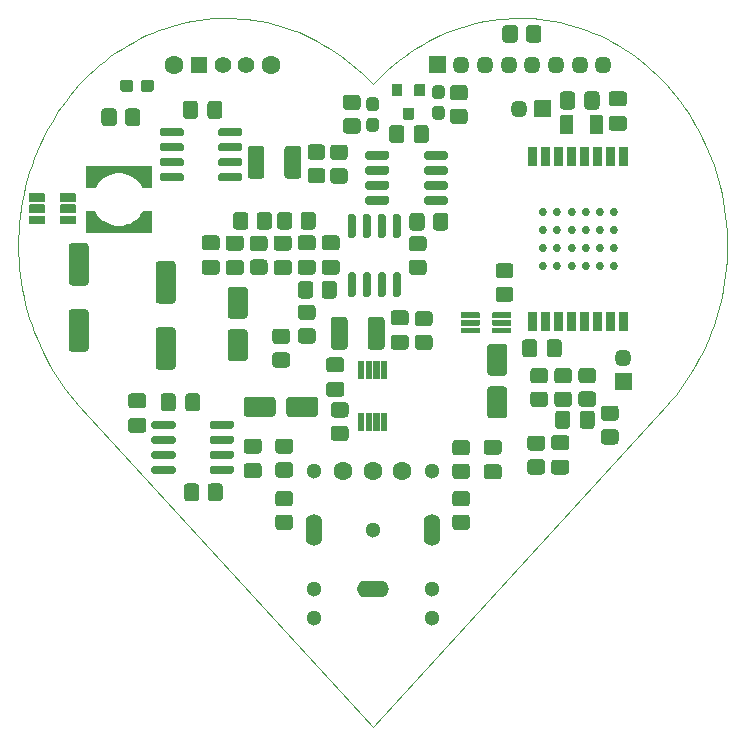
<source format=gbr>
%TF.GenerationSoftware,KiCad,Pcbnew,5.1.8*%
%TF.CreationDate,2021-02-28T21:38:59-05:00*%
%TF.ProjectId,ECG,4543472e-6b69-4636-9164-5f7063625858,rev?*%
%TF.SameCoordinates,Original*%
%TF.FileFunction,Soldermask,Top*%
%TF.FilePolarity,Negative*%
%FSLAX46Y46*%
G04 Gerber Fmt 4.6, Leading zero omitted, Abs format (unit mm)*
G04 Created by KiCad (PCBNEW 5.1.8) date 2021-02-28 21:38:59*
%MOMM*%
%LPD*%
G01*
G04 APERTURE LIST*
%TA.AperFunction,Profile*%
%ADD10C,0.100000*%
%TD*%
%ADD11C,0.699440*%
%ADD12C,0.100000*%
%ADD13O,1.450000X1.450000*%
%ADD14C,1.300000*%
%ADD15O,2.716000X1.408000*%
%ADD16C,1.608000*%
%ADD17O,1.408000X2.716000*%
%ADD18C,1.600000*%
%ADD19C,1.408000*%
G04 APERTURE END LIST*
D10*
X177794600Y-111882900D02*
X178154600Y-111385100D01*
X178154600Y-111385100D02*
X178498200Y-110876200D01*
X178498200Y-110876200D02*
X178825400Y-110356700D01*
X178825400Y-110356700D02*
X179136100Y-109827200D01*
X179136100Y-109827200D02*
X179430000Y-109288000D01*
X179430000Y-109288000D02*
X179707100Y-108739800D01*
X179707100Y-108739800D02*
X179967300Y-108182900D01*
X179967300Y-108182900D02*
X180210400Y-107617900D01*
X126111700Y-112369300D02*
X126503990Y-112843500D01*
X126503990Y-112843500D02*
X126912260Y-113305200D01*
X126912260Y-113305200D02*
X151765000Y-140490000D01*
X151765000Y-140490000D02*
X176617900Y-113305000D01*
X176617900Y-113305000D02*
X177026200Y-112843300D01*
X177026200Y-112843300D02*
X177418400Y-112369100D01*
X177418400Y-112369100D02*
X177794600Y-111882900D01*
X180210400Y-107617900D02*
X180436400Y-107045200D01*
X180436400Y-107045200D02*
X180645100Y-106465400D01*
X180645100Y-106465400D02*
X180836400Y-105878900D01*
X180836400Y-105878900D02*
X181010100Y-105286200D01*
X181010100Y-105286200D02*
X181166200Y-104687800D01*
X181166200Y-104687800D02*
X181304500Y-104084200D01*
X181304500Y-104084200D02*
X181425000Y-103475900D01*
X181425000Y-103475900D02*
X181527400Y-102863400D01*
X181684400Y-97869400D02*
X181619400Y-97240700D01*
X181619400Y-97240700D02*
X181535200Y-96612700D01*
X181535200Y-96612700D02*
X181431700Y-95985900D01*
X181431700Y-95985900D02*
X181308700Y-95360700D01*
X181308700Y-95360700D02*
X181166200Y-94737600D01*
X181166200Y-94737600D02*
X181004800Y-94120000D01*
X181004800Y-94120000D02*
X180825500Y-93511300D01*
X180825500Y-93511300D02*
X180628600Y-92911800D01*
X181527400Y-102863400D02*
X181611700Y-102247100D01*
X181611700Y-102247100D02*
X181677800Y-101627600D01*
X181677800Y-101627600D02*
X181725500Y-101005300D01*
X181725500Y-101005300D02*
X181754700Y-100380700D01*
X181754700Y-100380700D02*
X181765400Y-99754300D01*
X181765400Y-99754300D02*
X181757300Y-99126700D01*
X181757300Y-99126700D02*
X181730300Y-98498200D01*
X181730300Y-98498200D02*
X181684400Y-97869400D01*
X180628600Y-92911800D02*
X180414500Y-92321900D01*
X180414500Y-92321900D02*
X180183400Y-91741900D01*
X180183400Y-91741900D02*
X179935700Y-91172200D01*
X179935700Y-91172200D02*
X179671800Y-90613200D01*
X179671800Y-90613200D02*
X179391900Y-90065160D01*
X122363821Y-94737500D02*
X122221297Y-95360600D01*
X122221297Y-95360600D02*
X122098333Y-95985900D01*
X122098333Y-95985900D02*
X121994812Y-96612700D01*
X121994812Y-96612700D02*
X121910612Y-97240700D01*
X121910612Y-97240700D02*
X121845615Y-97869400D01*
X121845615Y-97869400D02*
X121799701Y-98498200D01*
X121799701Y-98498200D02*
X121772750Y-99126700D01*
X121772750Y-99126700D02*
X121764643Y-99754400D01*
X121764643Y-99754400D02*
X121775260Y-100380800D01*
X121775260Y-100380800D02*
X121804482Y-101005400D01*
X121804482Y-101005400D02*
X121852189Y-101627700D01*
X121852189Y-101627700D02*
X121918261Y-102247200D01*
X121918261Y-102247200D02*
X122002579Y-102863500D01*
X122002579Y-102863500D02*
X122105023Y-103476000D01*
X122105023Y-103476000D02*
X122225473Y-104084300D01*
X122225473Y-104084300D02*
X122363811Y-104687900D01*
X122363811Y-104687900D02*
X122519916Y-105286300D01*
X122519916Y-105286300D02*
X122693668Y-105879000D01*
X122693668Y-105879000D02*
X122884950Y-106465500D01*
X122884950Y-106465500D02*
X123093640Y-107045400D01*
X123093640Y-107045400D02*
X123319620Y-107618000D01*
X123319620Y-107618000D02*
X123562770Y-108183100D01*
X123562770Y-108183100D02*
X123822960Y-108739900D01*
X123822960Y-108739900D02*
X124100090Y-109288200D01*
X124100090Y-109288200D02*
X124394030Y-109827400D01*
X124394030Y-109827400D02*
X124704660Y-110356900D01*
X124704660Y-110356900D02*
X125031860Y-110876400D01*
X125031860Y-110876400D02*
X125375520Y-111385200D01*
X125375520Y-111385200D02*
X125735500Y-111883100D01*
X125735500Y-111883100D02*
X126111700Y-112369300D01*
X179391900Y-90065160D02*
X179096400Y-89528520D01*
X179096400Y-89528520D02*
X178785600Y-89003590D01*
X178785600Y-89003590D02*
X178459800Y-88490760D01*
X178459800Y-88490760D02*
X178119400Y-87990360D01*
X178119400Y-87990360D02*
X177764600Y-87502760D01*
X177764600Y-87502760D02*
X177395900Y-87028310D01*
X177395900Y-87028310D02*
X177013600Y-86567380D01*
X177013600Y-86567380D02*
X176617900Y-86120310D01*
X176617900Y-86120310D02*
X176209100Y-85687470D01*
X176209100Y-85687470D02*
X175787700Y-85269220D01*
X175787700Y-85269220D02*
X175354000Y-84865910D01*
X175354000Y-84865910D02*
X174908200Y-84477900D01*
X174908200Y-84477900D02*
X174450800Y-84105540D01*
X174450800Y-84105540D02*
X173981900Y-83749200D01*
X173981900Y-83749200D02*
X173502000Y-83409230D01*
X173502000Y-83409230D02*
X173011400Y-83085990D01*
X173011400Y-83085990D02*
X172510400Y-82779830D01*
X172510400Y-82779830D02*
X171999300Y-82491120D01*
X171999300Y-82491120D02*
X171478500Y-82220210D01*
X171478500Y-82220210D02*
X170948300Y-81967450D01*
X170948300Y-81967450D02*
X170409000Y-81733220D01*
X170409000Y-81733220D02*
X169860900Y-81517850D01*
X169860900Y-81517850D02*
X169304400Y-81321716D01*
X169304400Y-81321716D02*
X168739800Y-81145168D01*
X168739800Y-81145168D02*
X168170200Y-80989277D01*
X168170200Y-80989277D02*
X167598600Y-80854781D01*
X167598600Y-80854781D02*
X167025500Y-80741550D01*
X167025500Y-80741550D02*
X166451400Y-80649454D01*
X166451400Y-80649454D02*
X165876700Y-80578361D01*
X165876700Y-80578361D02*
X165301800Y-80528141D01*
X165301800Y-80528141D02*
X164727200Y-80498664D01*
X164727200Y-80498664D02*
X164153400Y-80489797D01*
X164153400Y-80489797D02*
X163580800Y-80501411D01*
X163580800Y-80501411D02*
X163009800Y-80533374D01*
X163009800Y-80533374D02*
X162440900Y-80585555D01*
X162440900Y-80585555D02*
X161874500Y-80657825D01*
X161874500Y-80657825D02*
X161311100Y-80750052D01*
X161311100Y-80750052D02*
X160751100Y-80862106D01*
X160751100Y-80862106D02*
X160195000Y-80993854D01*
X160195000Y-80993854D02*
X159643200Y-81145168D01*
X159643200Y-81145168D02*
X159096100Y-81315915D01*
X159096100Y-81315915D02*
X158554300Y-81505970D01*
X158554300Y-81505970D02*
X158018100Y-81715190D01*
X158018100Y-81715190D02*
X157488000Y-81943450D01*
X157488000Y-81943450D02*
X156964500Y-82190630D01*
X156964500Y-82190630D02*
X156447900Y-82456580D01*
X156447900Y-82456580D02*
X155938800Y-82741190D01*
X155938800Y-82741190D02*
X155437600Y-83044310D01*
X155437600Y-83044310D02*
X154944700Y-83365820D01*
X154944700Y-83365820D02*
X154460600Y-83705590D01*
X154460600Y-83705590D02*
X153985700Y-84063480D01*
X153985700Y-84063480D02*
X153520400Y-84439360D01*
X153520400Y-84439360D02*
X153065300Y-84833120D01*
X153065300Y-84833120D02*
X152620800Y-85244600D01*
X152620800Y-85244600D02*
X152187200Y-85673690D01*
X152187200Y-85673690D02*
X151765200Y-86120250D01*
X151765200Y-86120250D02*
X151343100Y-85673670D01*
X151343100Y-85673670D02*
X150909500Y-85244570D01*
X150909500Y-85244570D02*
X150465000Y-84833070D01*
X150465000Y-84833070D02*
X150009900Y-84439310D01*
X150009900Y-84439310D02*
X149544700Y-84063410D01*
X149544700Y-84063410D02*
X149069800Y-83705500D01*
X149069800Y-83705500D02*
X148585600Y-83365730D01*
X148585600Y-83365730D02*
X148092800Y-83044200D01*
X148092800Y-83044200D02*
X147591500Y-82741070D01*
X147591500Y-82741070D02*
X147082400Y-82456460D01*
X147082400Y-82456460D02*
X146565900Y-82190490D01*
X146565900Y-82190490D02*
X146042300Y-81943310D01*
X146042300Y-81943310D02*
X145512200Y-81715040D01*
X145512200Y-81715040D02*
X144976000Y-81505810D01*
X144976000Y-81505810D02*
X144434200Y-81315753D01*
X144434200Y-81315753D02*
X143887100Y-81144999D01*
X143887100Y-81144999D02*
X143335300Y-80993681D01*
X143335300Y-80993681D02*
X142779200Y-80861928D01*
X142779200Y-80861928D02*
X142219200Y-80749871D01*
X142219200Y-80749871D02*
X141655800Y-80657641D01*
X141655800Y-80657641D02*
X141089400Y-80585370D01*
X141089400Y-80585370D02*
X140520400Y-80533187D01*
X140520400Y-80533187D02*
X139949400Y-80501223D01*
X139949400Y-80501223D02*
X139376800Y-80489610D01*
X139376800Y-80489610D02*
X138803000Y-80498477D01*
X138803000Y-80498477D02*
X138228400Y-80527957D01*
X138228400Y-80527957D02*
X137653500Y-80578180D01*
X137653500Y-80578180D02*
X137078800Y-80649276D01*
X137078800Y-80649276D02*
X136504600Y-80741376D01*
X136504600Y-80741376D02*
X135931600Y-80854612D01*
X135931600Y-80854612D02*
X135359900Y-80989114D01*
X135359900Y-80989114D02*
X134790300Y-81145012D01*
X134790300Y-81145012D02*
X134225700Y-81321564D01*
X134225700Y-81321564D02*
X133669200Y-81517700D01*
X133669200Y-81517700D02*
X133121100Y-81733070D01*
X133121100Y-81733070D02*
X132581800Y-81967320D01*
X132581800Y-81967320D02*
X132051600Y-82220070D01*
X132051600Y-82220070D02*
X131530770Y-82490990D01*
X131530770Y-82490990D02*
X131019700Y-82779710D01*
X131019700Y-82779710D02*
X130518690Y-83085870D01*
X130518690Y-83085870D02*
X130028080Y-83409110D01*
X130028080Y-83409110D02*
X129548180Y-83749090D01*
X129548180Y-83749090D02*
X129079340Y-84105430D01*
X129079340Y-84105430D02*
X128621860Y-84477790D01*
X128621860Y-84477790D02*
X128176090Y-84865810D01*
X128176090Y-84865810D02*
X127742340Y-85269120D01*
X127742340Y-85269120D02*
X127320940Y-85687380D01*
X127320940Y-85687380D02*
X126912230Y-86120220D01*
X126912230Y-86120220D02*
X126516520Y-86567290D01*
X126516520Y-86567290D02*
X126134140Y-87028230D01*
X126134140Y-87028230D02*
X125765430Y-87502680D01*
X125765430Y-87502680D02*
X125410700Y-87990280D01*
X125410700Y-87990280D02*
X125070280Y-88490680D01*
X125070280Y-88490680D02*
X124744500Y-89003520D01*
X124744500Y-89003520D02*
X124433690Y-89528450D01*
X124433690Y-89528450D02*
X124138180Y-90065100D01*
X124138180Y-90065100D02*
X123858280Y-90613100D01*
X123858280Y-90613100D02*
X123594330Y-91172100D01*
X123594330Y-91172100D02*
X123346660Y-91741800D01*
X123346660Y-91741800D02*
X123115580Y-92321800D01*
X123115580Y-92321800D02*
X122901430Y-92911700D01*
X122901430Y-92911700D02*
X122704541Y-93511200D01*
X122704541Y-93511200D02*
X122525227Y-94119900D01*
X122525227Y-94119900D02*
X122363821Y-94737500D01*
X122363821Y-94737500D02*
X122363821Y-94737500D01*
X122363821Y-94737500D02*
X122363821Y-94737500D01*
%TO.C,Q1*%
G36*
G01*
X154387600Y-88095200D02*
X155187600Y-88095200D01*
G75*
G02*
X155237600Y-88145200I0J-50000D01*
G01*
X155237600Y-89045200D01*
G75*
G02*
X155187600Y-89095200I-50000J0D01*
G01*
X154387600Y-89095200D01*
G75*
G02*
X154337600Y-89045200I0J50000D01*
G01*
X154337600Y-88145200D01*
G75*
G02*
X154387600Y-88095200I50000J0D01*
G01*
G37*
G36*
G01*
X153437600Y-86095200D02*
X154237600Y-86095200D01*
G75*
G02*
X154287600Y-86145200I0J-50000D01*
G01*
X154287600Y-87045200D01*
G75*
G02*
X154237600Y-87095200I-50000J0D01*
G01*
X153437600Y-87095200D01*
G75*
G02*
X153387600Y-87045200I0J50000D01*
G01*
X153387600Y-86145200D01*
G75*
G02*
X153437600Y-86095200I50000J0D01*
G01*
G37*
G36*
G01*
X155337600Y-86095200D02*
X156137600Y-86095200D01*
G75*
G02*
X156187600Y-86145200I0J-50000D01*
G01*
X156187600Y-87045200D01*
G75*
G02*
X156137600Y-87095200I-50000J0D01*
G01*
X155337600Y-87095200D01*
G75*
G02*
X155287600Y-87045200I0J50000D01*
G01*
X155287600Y-86145200D01*
G75*
G02*
X155337600Y-86095200I50000J0D01*
G01*
G37*
%TD*%
%TO.C,U9*%
G36*
G01*
X161887000Y-105849000D02*
X161887000Y-105449000D01*
G75*
G02*
X161937000Y-105399000I50000J0D01*
G01*
X163437000Y-105399000D01*
G75*
G02*
X163487000Y-105449000I0J-50000D01*
G01*
X163487000Y-105849000D01*
G75*
G02*
X163437000Y-105899000I-50000J0D01*
G01*
X161937000Y-105899000D01*
G75*
G02*
X161887000Y-105849000I0J50000D01*
G01*
G37*
G36*
G01*
X161887000Y-106499000D02*
X161887000Y-106099000D01*
G75*
G02*
X161937000Y-106049000I50000J0D01*
G01*
X163437000Y-106049000D01*
G75*
G02*
X163487000Y-106099000I0J-50000D01*
G01*
X163487000Y-106499000D01*
G75*
G02*
X163437000Y-106549000I-50000J0D01*
G01*
X161937000Y-106549000D01*
G75*
G02*
X161887000Y-106499000I0J50000D01*
G01*
G37*
G36*
G01*
X161887000Y-107149000D02*
X161887000Y-106749000D01*
G75*
G02*
X161937000Y-106699000I50000J0D01*
G01*
X163437000Y-106699000D01*
G75*
G02*
X163487000Y-106749000I0J-50000D01*
G01*
X163487000Y-107149000D01*
G75*
G02*
X163437000Y-107199000I-50000J0D01*
G01*
X161937000Y-107199000D01*
G75*
G02*
X161887000Y-107149000I0J50000D01*
G01*
G37*
G36*
G01*
X159227000Y-107149000D02*
X159227000Y-106749000D01*
G75*
G02*
X159277000Y-106699000I50000J0D01*
G01*
X160777000Y-106699000D01*
G75*
G02*
X160827000Y-106749000I0J-50000D01*
G01*
X160827000Y-107149000D01*
G75*
G02*
X160777000Y-107199000I-50000J0D01*
G01*
X159277000Y-107199000D01*
G75*
G02*
X159227000Y-107149000I0J50000D01*
G01*
G37*
G36*
G01*
X159227000Y-106499000D02*
X159227000Y-106099000D01*
G75*
G02*
X159277000Y-106049000I50000J0D01*
G01*
X160777000Y-106049000D01*
G75*
G02*
X160827000Y-106099000I0J-50000D01*
G01*
X160827000Y-106499000D01*
G75*
G02*
X160777000Y-106549000I-50000J0D01*
G01*
X159277000Y-106549000D01*
G75*
G02*
X159227000Y-106499000I0J50000D01*
G01*
G37*
G36*
G01*
X159227000Y-105849000D02*
X159227000Y-105449000D01*
G75*
G02*
X159277000Y-105399000I50000J0D01*
G01*
X160777000Y-105399000D01*
G75*
G02*
X160827000Y-105449000I0J-50000D01*
G01*
X160827000Y-105849000D01*
G75*
G02*
X160777000Y-105899000I-50000J0D01*
G01*
X159277000Y-105899000D01*
G75*
G02*
X159227000Y-105849000I0J50000D01*
G01*
G37*
%TD*%
%TO.C,R28*%
G36*
G01*
X172310168Y-114601000D02*
X171351832Y-114601000D01*
G75*
G02*
X171081000Y-114330168I0J270832D01*
G01*
X171081000Y-113571832D01*
G75*
G02*
X171351832Y-113301000I270832J0D01*
G01*
X172310168Y-113301000D01*
G75*
G02*
X172581000Y-113571832I0J-270832D01*
G01*
X172581000Y-114330168D01*
G75*
G02*
X172310168Y-114601000I-270832J0D01*
G01*
G37*
G36*
G01*
X172310168Y-116601000D02*
X171351832Y-116601000D01*
G75*
G02*
X171081000Y-116330168I0J270832D01*
G01*
X171081000Y-115571832D01*
G75*
G02*
X171351832Y-115301000I270832J0D01*
G01*
X172310168Y-115301000D01*
G75*
G02*
X172581000Y-115571832I0J-270832D01*
G01*
X172581000Y-116330168D01*
G75*
G02*
X172310168Y-116601000I-270832J0D01*
G01*
G37*
%TD*%
%TO.C,R25*%
G36*
G01*
X165382832Y-112126000D02*
X166341168Y-112126000D01*
G75*
G02*
X166612000Y-112396832I0J-270832D01*
G01*
X166612000Y-113155168D01*
G75*
G02*
X166341168Y-113426000I-270832J0D01*
G01*
X165382832Y-113426000D01*
G75*
G02*
X165112000Y-113155168I0J270832D01*
G01*
X165112000Y-112396832D01*
G75*
G02*
X165382832Y-112126000I270832J0D01*
G01*
G37*
G36*
G01*
X165382832Y-110126000D02*
X166341168Y-110126000D01*
G75*
G02*
X166612000Y-110396832I0J-270832D01*
G01*
X166612000Y-111155168D01*
G75*
G02*
X166341168Y-111426000I-270832J0D01*
G01*
X165382832Y-111426000D01*
G75*
G02*
X165112000Y-111155168I0J270832D01*
G01*
X165112000Y-110396832D01*
G75*
G02*
X165382832Y-110126000I270832J0D01*
G01*
G37*
%TD*%
%TO.C,R24*%
G36*
G01*
X168373168Y-111426000D02*
X167414832Y-111426000D01*
G75*
G02*
X167144000Y-111155168I0J270832D01*
G01*
X167144000Y-110396832D01*
G75*
G02*
X167414832Y-110126000I270832J0D01*
G01*
X168373168Y-110126000D01*
G75*
G02*
X168644000Y-110396832I0J-270832D01*
G01*
X168644000Y-111155168D01*
G75*
G02*
X168373168Y-111426000I-270832J0D01*
G01*
G37*
G36*
G01*
X168373168Y-113426000D02*
X167414832Y-113426000D01*
G75*
G02*
X167144000Y-113155168I0J270832D01*
G01*
X167144000Y-112396832D01*
G75*
G02*
X167414832Y-112126000I270832J0D01*
G01*
X168373168Y-112126000D01*
G75*
G02*
X168644000Y-112396832I0J-270832D01*
G01*
X168644000Y-113155168D01*
G75*
G02*
X168373168Y-113426000I-270832J0D01*
G01*
G37*
%TD*%
%TO.C,C3*%
G36*
G01*
X126288625Y-105140000D02*
X127457375Y-105140000D01*
G75*
G02*
X127723000Y-105405625I0J-265625D01*
G01*
X127723000Y-108474375D01*
G75*
G02*
X127457375Y-108740000I-265625J0D01*
G01*
X126288625Y-108740000D01*
G75*
G02*
X126023000Y-108474375I0J265625D01*
G01*
X126023000Y-105405625D01*
G75*
G02*
X126288625Y-105140000I265625J0D01*
G01*
G37*
G36*
G01*
X126288625Y-99540000D02*
X127457375Y-99540000D01*
G75*
G02*
X127723000Y-99805625I0J-265625D01*
G01*
X127723000Y-102874375D01*
G75*
G02*
X127457375Y-103140000I-265625J0D01*
G01*
X126288625Y-103140000D01*
G75*
G02*
X126023000Y-102874375I0J265625D01*
G01*
X126023000Y-99805625D01*
G75*
G02*
X126288625Y-99540000I265625J0D01*
G01*
G37*
%TD*%
D11*
%TO.C,U8*%
X166209980Y-101450140D03*
X167408860Y-101450140D03*
X168610280Y-101450140D03*
X169809160Y-101450140D03*
X171010580Y-101450140D03*
X172209460Y-101450140D03*
X166209980Y-99951540D03*
X167408860Y-99951540D03*
X168610280Y-99951540D03*
X169809160Y-99951540D03*
X171010580Y-99951540D03*
X172209460Y-99951540D03*
X166209980Y-98450400D03*
X167408860Y-98450400D03*
X168610280Y-98450400D03*
X169809160Y-98450400D03*
X171010580Y-98450400D03*
X172209460Y-98450400D03*
X166209980Y-96951800D03*
X167408860Y-96951800D03*
X168610280Y-96951800D03*
X169809160Y-96951800D03*
X171010580Y-96951800D03*
X172209460Y-96951800D03*
G36*
G01*
X172660310Y-105400640D02*
X173358810Y-105400640D01*
G75*
G02*
X173408810Y-105450640I0J-50000D01*
G01*
X173408810Y-106949240D01*
G75*
G02*
X173358810Y-106999240I-50000J0D01*
G01*
X172660310Y-106999240D01*
G75*
G02*
X172610310Y-106949240I0J50000D01*
G01*
X172610310Y-105450640D01*
G75*
G02*
X172660310Y-105400640I50000J0D01*
G01*
G37*
G36*
G01*
X171560490Y-105400640D02*
X172258990Y-105400640D01*
G75*
G02*
X172308990Y-105450640I0J-50000D01*
G01*
X172308990Y-106949240D01*
G75*
G02*
X172258990Y-106999240I-50000J0D01*
G01*
X171560490Y-106999240D01*
G75*
G02*
X171510490Y-106949240I0J50000D01*
G01*
X171510490Y-105450640D01*
G75*
G02*
X171560490Y-105400640I50000J0D01*
G01*
G37*
G36*
G01*
X170460670Y-105400640D02*
X171159170Y-105400640D01*
G75*
G02*
X171209170Y-105450640I0J-50000D01*
G01*
X171209170Y-106949240D01*
G75*
G02*
X171159170Y-106999240I-50000J0D01*
G01*
X170460670Y-106999240D01*
G75*
G02*
X170410670Y-106949240I0J50000D01*
G01*
X170410670Y-105450640D01*
G75*
G02*
X170460670Y-105400640I50000J0D01*
G01*
G37*
G36*
G01*
X169360850Y-105400640D02*
X170059350Y-105400640D01*
G75*
G02*
X170109350Y-105450640I0J-50000D01*
G01*
X170109350Y-106949240D01*
G75*
G02*
X170059350Y-106999240I-50000J0D01*
G01*
X169360850Y-106999240D01*
G75*
G02*
X169310850Y-106949240I0J50000D01*
G01*
X169310850Y-105450640D01*
G75*
G02*
X169360850Y-105400640I50000J0D01*
G01*
G37*
G36*
G01*
X168261030Y-105400640D02*
X168959530Y-105400640D01*
G75*
G02*
X169009530Y-105450640I0J-50000D01*
G01*
X169009530Y-106949240D01*
G75*
G02*
X168959530Y-106999240I-50000J0D01*
G01*
X168261030Y-106999240D01*
G75*
G02*
X168211030Y-106949240I0J50000D01*
G01*
X168211030Y-105450640D01*
G75*
G02*
X168261030Y-105400640I50000J0D01*
G01*
G37*
G36*
G01*
X167161210Y-105400640D02*
X167859710Y-105400640D01*
G75*
G02*
X167909710Y-105450640I0J-50000D01*
G01*
X167909710Y-106949240D01*
G75*
G02*
X167859710Y-106999240I-50000J0D01*
G01*
X167161210Y-106999240D01*
G75*
G02*
X167111210Y-106949240I0J50000D01*
G01*
X167111210Y-105450640D01*
G75*
G02*
X167161210Y-105400640I50000J0D01*
G01*
G37*
G36*
G01*
X166061390Y-105400640D02*
X166759890Y-105400640D01*
G75*
G02*
X166809890Y-105450640I0J-50000D01*
G01*
X166809890Y-106949240D01*
G75*
G02*
X166759890Y-106999240I-50000J0D01*
G01*
X166061390Y-106999240D01*
G75*
G02*
X166011390Y-106949240I0J50000D01*
G01*
X166011390Y-105450640D01*
G75*
G02*
X166061390Y-105400640I50000J0D01*
G01*
G37*
G36*
G01*
X164961570Y-105400640D02*
X165660070Y-105400640D01*
G75*
G02*
X165710070Y-105450640I0J-50000D01*
G01*
X165710070Y-106949240D01*
G75*
G02*
X165660070Y-106999240I-50000J0D01*
G01*
X164961570Y-106999240D01*
G75*
G02*
X164911570Y-106949240I0J50000D01*
G01*
X164911570Y-105450640D01*
G75*
G02*
X164961570Y-105400640I50000J0D01*
G01*
G37*
G36*
G01*
X164961570Y-91402700D02*
X165660070Y-91402700D01*
G75*
G02*
X165710070Y-91452700I0J-50000D01*
G01*
X165710070Y-92951300D01*
G75*
G02*
X165660070Y-93001300I-50000J0D01*
G01*
X164961570Y-93001300D01*
G75*
G02*
X164911570Y-92951300I0J50000D01*
G01*
X164911570Y-91452700D01*
G75*
G02*
X164961570Y-91402700I50000J0D01*
G01*
G37*
G36*
G01*
X166061390Y-91402700D02*
X166759890Y-91402700D01*
G75*
G02*
X166809890Y-91452700I0J-50000D01*
G01*
X166809890Y-92951300D01*
G75*
G02*
X166759890Y-93001300I-50000J0D01*
G01*
X166061390Y-93001300D01*
G75*
G02*
X166011390Y-92951300I0J50000D01*
G01*
X166011390Y-91452700D01*
G75*
G02*
X166061390Y-91402700I50000J0D01*
G01*
G37*
G36*
G01*
X167161210Y-91402700D02*
X167859710Y-91402700D01*
G75*
G02*
X167909710Y-91452700I0J-50000D01*
G01*
X167909710Y-92951300D01*
G75*
G02*
X167859710Y-93001300I-50000J0D01*
G01*
X167161210Y-93001300D01*
G75*
G02*
X167111210Y-92951300I0J50000D01*
G01*
X167111210Y-91452700D01*
G75*
G02*
X167161210Y-91402700I50000J0D01*
G01*
G37*
G36*
G01*
X168261030Y-91402700D02*
X168959530Y-91402700D01*
G75*
G02*
X169009530Y-91452700I0J-50000D01*
G01*
X169009530Y-92951300D01*
G75*
G02*
X168959530Y-93001300I-50000J0D01*
G01*
X168261030Y-93001300D01*
G75*
G02*
X168211030Y-92951300I0J50000D01*
G01*
X168211030Y-91452700D01*
G75*
G02*
X168261030Y-91402700I50000J0D01*
G01*
G37*
G36*
G01*
X169360850Y-91402700D02*
X170059350Y-91402700D01*
G75*
G02*
X170109350Y-91452700I0J-50000D01*
G01*
X170109350Y-92951300D01*
G75*
G02*
X170059350Y-93001300I-50000J0D01*
G01*
X169360850Y-93001300D01*
G75*
G02*
X169310850Y-92951300I0J50000D01*
G01*
X169310850Y-91452700D01*
G75*
G02*
X169360850Y-91402700I50000J0D01*
G01*
G37*
G36*
G01*
X170460670Y-91402700D02*
X171159170Y-91402700D01*
G75*
G02*
X171209170Y-91452700I0J-50000D01*
G01*
X171209170Y-92951300D01*
G75*
G02*
X171159170Y-93001300I-50000J0D01*
G01*
X170460670Y-93001300D01*
G75*
G02*
X170410670Y-92951300I0J50000D01*
G01*
X170410670Y-91452700D01*
G75*
G02*
X170460670Y-91402700I50000J0D01*
G01*
G37*
G36*
G01*
X171560490Y-91402700D02*
X172258990Y-91402700D01*
G75*
G02*
X172308990Y-91452700I0J-50000D01*
G01*
X172308990Y-92951300D01*
G75*
G02*
X172258990Y-93001300I-50000J0D01*
G01*
X171560490Y-93001300D01*
G75*
G02*
X171510490Y-92951300I0J50000D01*
G01*
X171510490Y-91452700D01*
G75*
G02*
X171560490Y-91402700I50000J0D01*
G01*
G37*
G36*
G01*
X173358810Y-93001300D02*
X172660310Y-93001300D01*
G75*
G02*
X172610310Y-92951300I0J50000D01*
G01*
X172610310Y-91452700D01*
G75*
G02*
X172660310Y-91402700I50000J0D01*
G01*
X173358810Y-91402700D01*
G75*
G02*
X173408810Y-91452700I0J-50000D01*
G01*
X173408810Y-92951300D01*
G75*
G02*
X173358810Y-93001300I-50000J0D01*
G01*
G37*
%TD*%
D12*
%TO.C,L1*%
G36*
X127524268Y-98670259D02*
G01*
X127523293Y-98670163D01*
X127513656Y-98668244D01*
X127512718Y-98667959D01*
X127503698Y-98664223D01*
X127502833Y-98663761D01*
X127494702Y-98658334D01*
X127493944Y-98657713D01*
X127486954Y-98650723D01*
X127486333Y-98649965D01*
X127480906Y-98641834D01*
X127480444Y-98640969D01*
X127476708Y-98631949D01*
X127476423Y-98631011D01*
X127474504Y-98621374D01*
X127474408Y-98620399D01*
X127474167Y-98615500D01*
X127474167Y-96858667D01*
X127474408Y-96853768D01*
X127474504Y-96852793D01*
X127476423Y-96843156D01*
X127476708Y-96842218D01*
X127480444Y-96833198D01*
X127480906Y-96832333D01*
X127486333Y-96824202D01*
X127486954Y-96823444D01*
X127493944Y-96816454D01*
X127494702Y-96815833D01*
X127502833Y-96810406D01*
X127503698Y-96809944D01*
X127512718Y-96806208D01*
X127513656Y-96805923D01*
X127523293Y-96804004D01*
X127524268Y-96803908D01*
X127529167Y-96803667D01*
X128225184Y-96803667D01*
X128230083Y-96803908D01*
X128231058Y-96804004D01*
X128240695Y-96805923D01*
X128241633Y-96806208D01*
X128250653Y-96809944D01*
X128251518Y-96810406D01*
X128259649Y-96815833D01*
X128260407Y-96816454D01*
X128267397Y-96823444D01*
X128268018Y-96824202D01*
X128272198Y-96830134D01*
X128272451Y-96830555D01*
X128273691Y-96832742D01*
X128337867Y-96952820D01*
X128452725Y-97136688D01*
X128597757Y-97320066D01*
X128763829Y-97493012D01*
X128941168Y-97644725D01*
X129021159Y-97702519D01*
X129179513Y-97798053D01*
X129363199Y-97889166D01*
X129555051Y-97967997D01*
X129738491Y-98027009D01*
X129821412Y-98047965D01*
X129892841Y-98062421D01*
X129964443Y-98071819D01*
X130048086Y-98077343D01*
X130154982Y-98079919D01*
X130280798Y-98080494D01*
X130417711Y-98079782D01*
X130522021Y-98076975D01*
X130604089Y-98071137D01*
X130675175Y-98061332D01*
X130747210Y-98046336D01*
X130821851Y-98027347D01*
X131004820Y-97968658D01*
X131196657Y-97889985D01*
X131380508Y-97798946D01*
X131539165Y-97703427D01*
X131717966Y-97565300D01*
X131890170Y-97400910D01*
X132046082Y-97220857D01*
X132175937Y-97035860D01*
X132223339Y-96953682D01*
X132287976Y-96832742D01*
X132290510Y-96828516D01*
X132291055Y-96827701D01*
X132297263Y-96820140D01*
X132297956Y-96819447D01*
X132305552Y-96813215D01*
X132306367Y-96812671D01*
X132314942Y-96808085D01*
X132315847Y-96807709D01*
X132325294Y-96804839D01*
X132326256Y-96804648D01*
X132333547Y-96803751D01*
X132334037Y-96803727D01*
X132336483Y-96803667D01*
X133032500Y-96803667D01*
X133037399Y-96803908D01*
X133038374Y-96804004D01*
X133048011Y-96805923D01*
X133048949Y-96806208D01*
X133057969Y-96809944D01*
X133058834Y-96810406D01*
X133066965Y-96815833D01*
X133067723Y-96816454D01*
X133074713Y-96823444D01*
X133075334Y-96824202D01*
X133080761Y-96832333D01*
X133081223Y-96833198D01*
X133084959Y-96842218D01*
X133085244Y-96843156D01*
X133087163Y-96852793D01*
X133087259Y-96853768D01*
X133087500Y-96858667D01*
X133087500Y-98615500D01*
X133087259Y-98620399D01*
X133087163Y-98621374D01*
X133085244Y-98631011D01*
X133084959Y-98631949D01*
X133081223Y-98640969D01*
X133080761Y-98641834D01*
X133075334Y-98649965D01*
X133074713Y-98650723D01*
X133067723Y-98657713D01*
X133066965Y-98658334D01*
X133058834Y-98663761D01*
X133057969Y-98664223D01*
X133048949Y-98667959D01*
X133048011Y-98668244D01*
X133038374Y-98670163D01*
X133037399Y-98670259D01*
X133032500Y-98670500D01*
X127529167Y-98670500D01*
X127524268Y-98670259D01*
G37*
G36*
X132331584Y-94923759D02*
G01*
X132330609Y-94923663D01*
X132320972Y-94921744D01*
X132320034Y-94921459D01*
X132311014Y-94917723D01*
X132310149Y-94917261D01*
X132302018Y-94911834D01*
X132301260Y-94911213D01*
X132294270Y-94904223D01*
X132293649Y-94903465D01*
X132289469Y-94897533D01*
X132289216Y-94897112D01*
X132287976Y-94894925D01*
X132223804Y-94774855D01*
X132108942Y-94590979D01*
X131963910Y-94407601D01*
X131797838Y-94234655D01*
X131620507Y-94082949D01*
X131540497Y-94025142D01*
X131382777Y-93929965D01*
X131199626Y-93839016D01*
X131008091Y-93760113D01*
X130824705Y-93700775D01*
X130823062Y-93700333D01*
X130740387Y-93679306D01*
X130669283Y-93664785D01*
X130598217Y-93655347D01*
X130515266Y-93649786D01*
X130409331Y-93647182D01*
X130280859Y-93646583D01*
X130144175Y-93647284D01*
X130040144Y-93650060D01*
X129958388Y-93655853D01*
X129887683Y-93665597D01*
X129816127Y-93680519D01*
X129739875Y-93700007D01*
X129557117Y-93758805D01*
X129365595Y-93837407D01*
X129182127Y-93928205D01*
X129023090Y-94023789D01*
X129023066Y-94023805D01*
X128843701Y-94162367D01*
X128671497Y-94326757D01*
X128515585Y-94506810D01*
X128385730Y-94691807D01*
X128338328Y-94773985D01*
X128273691Y-94894925D01*
X128271157Y-94899151D01*
X128270612Y-94899966D01*
X128264404Y-94907527D01*
X128263711Y-94908220D01*
X128256115Y-94914452D01*
X128255300Y-94914996D01*
X128246725Y-94919582D01*
X128245820Y-94919958D01*
X128236373Y-94922828D01*
X128235411Y-94923019D01*
X128228120Y-94923916D01*
X128227630Y-94923940D01*
X128225184Y-94924000D01*
X127529167Y-94924000D01*
X127524268Y-94923759D01*
X127523293Y-94923663D01*
X127513656Y-94921744D01*
X127512718Y-94921459D01*
X127503698Y-94917723D01*
X127502833Y-94917261D01*
X127494702Y-94911834D01*
X127493944Y-94911213D01*
X127486954Y-94904223D01*
X127486333Y-94903465D01*
X127480906Y-94895334D01*
X127480444Y-94894469D01*
X127476708Y-94885449D01*
X127476423Y-94884511D01*
X127474504Y-94874874D01*
X127474408Y-94873899D01*
X127474167Y-94869000D01*
X127474167Y-93112167D01*
X127474408Y-93107268D01*
X127474504Y-93106293D01*
X127476423Y-93096656D01*
X127476708Y-93095718D01*
X127480444Y-93086698D01*
X127480906Y-93085833D01*
X127486333Y-93077702D01*
X127486954Y-93076944D01*
X127493944Y-93069954D01*
X127494702Y-93069333D01*
X127502833Y-93063906D01*
X127503698Y-93063444D01*
X127512718Y-93059708D01*
X127513656Y-93059423D01*
X127523293Y-93057504D01*
X127524268Y-93057408D01*
X127529167Y-93057167D01*
X133032500Y-93057167D01*
X133037399Y-93057408D01*
X133038374Y-93057504D01*
X133048011Y-93059423D01*
X133048949Y-93059708D01*
X133057969Y-93063444D01*
X133058834Y-93063906D01*
X133066965Y-93069333D01*
X133067723Y-93069954D01*
X133074713Y-93076944D01*
X133075334Y-93077702D01*
X133080761Y-93085833D01*
X133081223Y-93086698D01*
X133084959Y-93095718D01*
X133085244Y-93096656D01*
X133087163Y-93106293D01*
X133087259Y-93107268D01*
X133087500Y-93112167D01*
X133087500Y-94869000D01*
X133087259Y-94873899D01*
X133087163Y-94874874D01*
X133085244Y-94884511D01*
X133084959Y-94885449D01*
X133081223Y-94894469D01*
X133080761Y-94895334D01*
X133075334Y-94903465D01*
X133074713Y-94904223D01*
X133067723Y-94911213D01*
X133066965Y-94911834D01*
X133058834Y-94917261D01*
X133057969Y-94917723D01*
X133048949Y-94921459D01*
X133048011Y-94921744D01*
X133038374Y-94923663D01*
X133037399Y-94923759D01*
X133032500Y-94924000D01*
X132336483Y-94924000D01*
X132331584Y-94923759D01*
G37*
%TD*%
%TO.C,U7*%
G36*
G01*
X168738000Y-88785000D02*
X168738000Y-90285000D01*
G75*
G02*
X168688000Y-90335000I-50000J0D01*
G01*
X167688000Y-90335000D01*
G75*
G02*
X167638000Y-90285000I0J50000D01*
G01*
X167638000Y-88785000D01*
G75*
G02*
X167688000Y-88735000I50000J0D01*
G01*
X168688000Y-88735000D01*
G75*
G02*
X168738000Y-88785000I0J-50000D01*
G01*
G37*
G36*
G01*
X171238000Y-88785000D02*
X171238000Y-90285000D01*
G75*
G02*
X171188000Y-90335000I-50000J0D01*
G01*
X170188000Y-90335000D01*
G75*
G02*
X170138000Y-90285000I0J50000D01*
G01*
X170138000Y-88785000D01*
G75*
G02*
X170188000Y-88735000I50000J0D01*
G01*
X171188000Y-88735000D01*
G75*
G02*
X171238000Y-88785000I0J-50000D01*
G01*
G37*
%TD*%
%TO.C,R23*%
G36*
G01*
X169446832Y-112110000D02*
X170405168Y-112110000D01*
G75*
G02*
X170676000Y-112380832I0J-270832D01*
G01*
X170676000Y-113139168D01*
G75*
G02*
X170405168Y-113410000I-270832J0D01*
G01*
X169446832Y-113410000D01*
G75*
G02*
X169176000Y-113139168I0J270832D01*
G01*
X169176000Y-112380832D01*
G75*
G02*
X169446832Y-112110000I270832J0D01*
G01*
G37*
G36*
G01*
X169446832Y-110110000D02*
X170405168Y-110110000D01*
G75*
G02*
X170676000Y-110380832I0J-270832D01*
G01*
X170676000Y-111139168D01*
G75*
G02*
X170405168Y-111410000I-270832J0D01*
G01*
X169446832Y-111410000D01*
G75*
G02*
X169176000Y-111139168I0J270832D01*
G01*
X169176000Y-110380832D01*
G75*
G02*
X169446832Y-110110000I270832J0D01*
G01*
G37*
%TD*%
%TO.C,R22*%
G36*
G01*
X164754800Y-82317968D02*
X164754800Y-81359632D01*
G75*
G02*
X165025632Y-81088800I270832J0D01*
G01*
X165783968Y-81088800D01*
G75*
G02*
X166054800Y-81359632I0J-270832D01*
G01*
X166054800Y-82317968D01*
G75*
G02*
X165783968Y-82588800I-270832J0D01*
G01*
X165025632Y-82588800D01*
G75*
G02*
X164754800Y-82317968I0J270832D01*
G01*
G37*
G36*
G01*
X162754800Y-82317968D02*
X162754800Y-81359632D01*
G75*
G02*
X163025632Y-81088800I270832J0D01*
G01*
X163783968Y-81088800D01*
G75*
G02*
X164054800Y-81359632I0J-270832D01*
G01*
X164054800Y-82317968D01*
G75*
G02*
X163783968Y-82588800I-270832J0D01*
G01*
X163025632Y-82588800D01*
G75*
G02*
X162754800Y-82317968I0J270832D01*
G01*
G37*
%TD*%
%TO.C,R19*%
G36*
G01*
X159533968Y-87467200D02*
X158575632Y-87467200D01*
G75*
G02*
X158304800Y-87196368I0J270832D01*
G01*
X158304800Y-86438032D01*
G75*
G02*
X158575632Y-86167200I270832J0D01*
G01*
X159533968Y-86167200D01*
G75*
G02*
X159804800Y-86438032I0J-270832D01*
G01*
X159804800Y-87196368D01*
G75*
G02*
X159533968Y-87467200I-270832J0D01*
G01*
G37*
G36*
G01*
X159533968Y-89467200D02*
X158575632Y-89467200D01*
G75*
G02*
X158304800Y-89196368I0J270832D01*
G01*
X158304800Y-88438032D01*
G75*
G02*
X158575632Y-88167200I270832J0D01*
G01*
X159533968Y-88167200D01*
G75*
G02*
X159804800Y-88438032I0J-270832D01*
G01*
X159804800Y-89196368D01*
G75*
G02*
X159533968Y-89467200I-270832J0D01*
G01*
G37*
%TD*%
%TO.C,R13*%
G36*
G01*
X162436432Y-103236000D02*
X163394768Y-103236000D01*
G75*
G02*
X163665600Y-103506832I0J-270832D01*
G01*
X163665600Y-104265168D01*
G75*
G02*
X163394768Y-104536000I-270832J0D01*
G01*
X162436432Y-104536000D01*
G75*
G02*
X162165600Y-104265168I0J270832D01*
G01*
X162165600Y-103506832D01*
G75*
G02*
X162436432Y-103236000I270832J0D01*
G01*
G37*
G36*
G01*
X162436432Y-101236000D02*
X163394768Y-101236000D01*
G75*
G02*
X163665600Y-101506832I0J-270832D01*
G01*
X163665600Y-102265168D01*
G75*
G02*
X163394768Y-102536000I-270832J0D01*
G01*
X162436432Y-102536000D01*
G75*
G02*
X162165600Y-102265168I0J270832D01*
G01*
X162165600Y-101506832D01*
G75*
G02*
X162436432Y-101236000I270832J0D01*
G01*
G37*
%TD*%
D13*
%TO.C,J4*%
X172974000Y-109252000D03*
G36*
G01*
X173699000Y-110577000D02*
X173699000Y-111927000D01*
G75*
G02*
X173649000Y-111977000I-50000J0D01*
G01*
X172299000Y-111977000D01*
G75*
G02*
X172249000Y-111927000I0J50000D01*
G01*
X172249000Y-110577000D01*
G75*
G02*
X172299000Y-110527000I50000J0D01*
G01*
X173649000Y-110527000D01*
G75*
G02*
X173699000Y-110577000I0J-50000D01*
G01*
G37*
%TD*%
%TO.C,J3*%
X171276800Y-84429600D03*
X169276800Y-84429600D03*
X167276800Y-84429600D03*
X165276800Y-84429600D03*
X163276800Y-84429600D03*
X161276800Y-84429600D03*
X159276800Y-84429600D03*
G36*
G01*
X157951800Y-85154600D02*
X156601800Y-85154600D01*
G75*
G02*
X156551800Y-85104600I0J50000D01*
G01*
X156551800Y-83754600D01*
G75*
G02*
X156601800Y-83704600I50000J0D01*
G01*
X157951800Y-83704600D01*
G75*
G02*
X158001800Y-83754600I0J-50000D01*
G01*
X158001800Y-85104600D01*
G75*
G02*
X157951800Y-85154600I-50000J0D01*
G01*
G37*
%TD*%
%TO.C,J2*%
X164166800Y-88188800D03*
G36*
G01*
X165491800Y-87463800D02*
X166841800Y-87463800D01*
G75*
G02*
X166891800Y-87513800I0J-50000D01*
G01*
X166891800Y-88863800D01*
G75*
G02*
X166841800Y-88913800I-50000J0D01*
G01*
X165491800Y-88913800D01*
G75*
G02*
X165441800Y-88863800I0J50000D01*
G01*
X165441800Y-87513800D01*
G75*
G02*
X165491800Y-87463800I50000J0D01*
G01*
G37*
%TD*%
%TO.C,C25*%
G36*
G01*
X168488500Y-114007276D02*
X168488500Y-115014724D01*
G75*
G02*
X168217224Y-115286000I-271276J0D01*
G01*
X167484776Y-115286000D01*
G75*
G02*
X167213500Y-115014724I0J271276D01*
G01*
X167213500Y-114007276D01*
G75*
G02*
X167484776Y-113736000I271276J0D01*
G01*
X168217224Y-113736000D01*
G75*
G02*
X168488500Y-114007276I0J-271276D01*
G01*
G37*
G36*
G01*
X170563500Y-114007276D02*
X170563500Y-115014724D01*
G75*
G02*
X170292224Y-115286000I-271276J0D01*
G01*
X169559776Y-115286000D01*
G75*
G02*
X169288500Y-115014724I0J271276D01*
G01*
X169288500Y-114007276D01*
G75*
G02*
X169559776Y-113736000I271276J0D01*
G01*
X170292224Y-113736000D01*
G75*
G02*
X170563500Y-114007276I0J-271276D01*
G01*
G37*
%TD*%
%TO.C,C23*%
G36*
G01*
X166494500Y-108961724D02*
X166494500Y-107954276D01*
G75*
G02*
X166765776Y-107683000I271276J0D01*
G01*
X167498224Y-107683000D01*
G75*
G02*
X167769500Y-107954276I0J-271276D01*
G01*
X167769500Y-108961724D01*
G75*
G02*
X167498224Y-109233000I-271276J0D01*
G01*
X166765776Y-109233000D01*
G75*
G02*
X166494500Y-108961724I0J271276D01*
G01*
G37*
G36*
G01*
X164419500Y-108961724D02*
X164419500Y-107954276D01*
G75*
G02*
X164690776Y-107683000I271276J0D01*
G01*
X165423224Y-107683000D01*
G75*
G02*
X165694500Y-107954276I0J-271276D01*
G01*
X165694500Y-108961724D01*
G75*
G02*
X165423224Y-109233000I-271276J0D01*
G01*
X164690776Y-109233000D01*
G75*
G02*
X164419500Y-108961724I0J271276D01*
G01*
G37*
%TD*%
%TO.C,C21*%
G36*
G01*
X161721625Y-111680000D02*
X162890375Y-111680000D01*
G75*
G02*
X163156000Y-111945625I0J-265625D01*
G01*
X163156000Y-114114375D01*
G75*
G02*
X162890375Y-114380000I-265625J0D01*
G01*
X161721625Y-114380000D01*
G75*
G02*
X161456000Y-114114375I0J265625D01*
G01*
X161456000Y-111945625D01*
G75*
G02*
X161721625Y-111680000I265625J0D01*
G01*
G37*
G36*
G01*
X161721625Y-108080000D02*
X162890375Y-108080000D01*
G75*
G02*
X163156000Y-108345625I0J-265625D01*
G01*
X163156000Y-110514375D01*
G75*
G02*
X162890375Y-110780000I-265625J0D01*
G01*
X161721625Y-110780000D01*
G75*
G02*
X161456000Y-110514375I0J265625D01*
G01*
X161456000Y-108345625D01*
G75*
G02*
X161721625Y-108080000I265625J0D01*
G01*
G37*
%TD*%
%TO.C,C19*%
G36*
G01*
X169694900Y-87981324D02*
X169694900Y-86973876D01*
G75*
G02*
X169966176Y-86702600I271276J0D01*
G01*
X170698624Y-86702600D01*
G75*
G02*
X170969900Y-86973876I0J-271276D01*
G01*
X170969900Y-87981324D01*
G75*
G02*
X170698624Y-88252600I-271276J0D01*
G01*
X169966176Y-88252600D01*
G75*
G02*
X169694900Y-87981324I0J271276D01*
G01*
G37*
G36*
G01*
X167619900Y-87981324D02*
X167619900Y-86973876D01*
G75*
G02*
X167891176Y-86702600I271276J0D01*
G01*
X168623624Y-86702600D01*
G75*
G02*
X168894900Y-86973876I0J-271276D01*
G01*
X168894900Y-87981324D01*
G75*
G02*
X168623624Y-88252600I-271276J0D01*
G01*
X167891176Y-88252600D01*
G75*
G02*
X167619900Y-87981324I0J271276D01*
G01*
G37*
%TD*%
%TO.C,C15*%
G36*
G01*
X173020524Y-87970500D02*
X172013076Y-87970500D01*
G75*
G02*
X171741800Y-87699224I0J271276D01*
G01*
X171741800Y-86966776D01*
G75*
G02*
X172013076Y-86695500I271276J0D01*
G01*
X173020524Y-86695500D01*
G75*
G02*
X173291800Y-86966776I0J-271276D01*
G01*
X173291800Y-87699224D01*
G75*
G02*
X173020524Y-87970500I-271276J0D01*
G01*
G37*
G36*
G01*
X173020524Y-90045500D02*
X172013076Y-90045500D01*
G75*
G02*
X171741800Y-89774224I0J271276D01*
G01*
X171741800Y-89041776D01*
G75*
G02*
X172013076Y-88770500I271276J0D01*
G01*
X173020524Y-88770500D01*
G75*
G02*
X173291800Y-89041776I0J-271276D01*
G01*
X173291800Y-89774224D01*
G75*
G02*
X173020524Y-90045500I-271276J0D01*
G01*
G37*
%TD*%
%TO.C,C16*%
G36*
G01*
X143546000Y-112826625D02*
X143546000Y-113995375D01*
G75*
G02*
X143280375Y-114261000I-265625J0D01*
G01*
X141111625Y-114261000D01*
G75*
G02*
X140846000Y-113995375I0J265625D01*
G01*
X140846000Y-112826625D01*
G75*
G02*
X141111625Y-112561000I265625J0D01*
G01*
X143280375Y-112561000D01*
G75*
G02*
X143546000Y-112826625I0J-265625D01*
G01*
G37*
G36*
G01*
X147146000Y-112826625D02*
X147146000Y-113995375D01*
G75*
G02*
X146880375Y-114261000I-265625J0D01*
G01*
X144711625Y-114261000D01*
G75*
G02*
X144446000Y-113995375I0J265625D01*
G01*
X144446000Y-112826625D01*
G75*
G02*
X144711625Y-112561000I265625J0D01*
G01*
X146880375Y-112561000D01*
G75*
G02*
X147146000Y-112826625I0J-265625D01*
G01*
G37*
%TD*%
%TO.C,C2*%
G36*
G01*
X139750625Y-106854000D02*
X140919375Y-106854000D01*
G75*
G02*
X141185000Y-107119625I0J-265625D01*
G01*
X141185000Y-109288375D01*
G75*
G02*
X140919375Y-109554000I-265625J0D01*
G01*
X139750625Y-109554000D01*
G75*
G02*
X139485000Y-109288375I0J265625D01*
G01*
X139485000Y-107119625D01*
G75*
G02*
X139750625Y-106854000I265625J0D01*
G01*
G37*
G36*
G01*
X139750625Y-103254000D02*
X140919375Y-103254000D01*
G75*
G02*
X141185000Y-103519625I0J-265625D01*
G01*
X141185000Y-105688375D01*
G75*
G02*
X140919375Y-105954000I-265625J0D01*
G01*
X139750625Y-105954000D01*
G75*
G02*
X139485000Y-105688375I0J265625D01*
G01*
X139485000Y-103519625D01*
G75*
G02*
X139750625Y-103254000I265625J0D01*
G01*
G37*
%TD*%
%TO.C,U2*%
G36*
G01*
X125300500Y-96022000D02*
X125300500Y-95372000D01*
G75*
G02*
X125350500Y-95322000I50000J0D01*
G01*
X126570500Y-95322000D01*
G75*
G02*
X126620500Y-95372000I0J-50000D01*
G01*
X126620500Y-96022000D01*
G75*
G02*
X126570500Y-96072000I-50000J0D01*
G01*
X125350500Y-96072000D01*
G75*
G02*
X125300500Y-96022000I0J50000D01*
G01*
G37*
G36*
G01*
X125300500Y-96972000D02*
X125300500Y-96322000D01*
G75*
G02*
X125350500Y-96272000I50000J0D01*
G01*
X126570500Y-96272000D01*
G75*
G02*
X126620500Y-96322000I0J-50000D01*
G01*
X126620500Y-96972000D01*
G75*
G02*
X126570500Y-97022000I-50000J0D01*
G01*
X125350500Y-97022000D01*
G75*
G02*
X125300500Y-96972000I0J50000D01*
G01*
G37*
G36*
G01*
X125300500Y-97922000D02*
X125300500Y-97272000D01*
G75*
G02*
X125350500Y-97222000I50000J0D01*
G01*
X126570500Y-97222000D01*
G75*
G02*
X126620500Y-97272000I0J-50000D01*
G01*
X126620500Y-97922000D01*
G75*
G02*
X126570500Y-97972000I-50000J0D01*
G01*
X125350500Y-97972000D01*
G75*
G02*
X125300500Y-97922000I0J50000D01*
G01*
G37*
G36*
G01*
X122680500Y-97922000D02*
X122680500Y-97272000D01*
G75*
G02*
X122730500Y-97222000I50000J0D01*
G01*
X123950500Y-97222000D01*
G75*
G02*
X124000500Y-97272000I0J-50000D01*
G01*
X124000500Y-97922000D01*
G75*
G02*
X123950500Y-97972000I-50000J0D01*
G01*
X122730500Y-97972000D01*
G75*
G02*
X122680500Y-97922000I0J50000D01*
G01*
G37*
G36*
G01*
X122680500Y-96972000D02*
X122680500Y-96322000D01*
G75*
G02*
X122730500Y-96272000I50000J0D01*
G01*
X123950500Y-96272000D01*
G75*
G02*
X124000500Y-96322000I0J-50000D01*
G01*
X124000500Y-96972000D01*
G75*
G02*
X123950500Y-97022000I-50000J0D01*
G01*
X122730500Y-97022000D01*
G75*
G02*
X122680500Y-96972000I0J50000D01*
G01*
G37*
G36*
G01*
X122680500Y-96022000D02*
X122680500Y-95372000D01*
G75*
G02*
X122730500Y-95322000I50000J0D01*
G01*
X123950500Y-95322000D01*
G75*
G02*
X124000500Y-95372000I0J-50000D01*
G01*
X124000500Y-96022000D01*
G75*
G02*
X123950500Y-96072000I-50000J0D01*
G01*
X122730500Y-96072000D01*
G75*
G02*
X122680500Y-96022000I0J50000D01*
G01*
G37*
%TD*%
%TO.C,D1*%
G36*
G01*
X157590100Y-87341400D02*
X157065100Y-87341400D01*
G75*
G02*
X156802600Y-87078900I0J262500D01*
G01*
X156802600Y-86453900D01*
G75*
G02*
X157065100Y-86191400I262500J0D01*
G01*
X157590100Y-86191400D01*
G75*
G02*
X157852600Y-86453900I0J-262500D01*
G01*
X157852600Y-87078900D01*
G75*
G02*
X157590100Y-87341400I-262500J0D01*
G01*
G37*
G36*
G01*
X157590100Y-89091400D02*
X157065100Y-89091400D01*
G75*
G02*
X156802600Y-88828900I0J262500D01*
G01*
X156802600Y-88203900D01*
G75*
G02*
X157065100Y-87941400I262500J0D01*
G01*
X157590100Y-87941400D01*
G75*
G02*
X157852600Y-88203900I0J-262500D01*
G01*
X157852600Y-88828900D01*
G75*
G02*
X157590100Y-89091400I-262500J0D01*
G01*
G37*
%TD*%
%TO.C,U6*%
G36*
G01*
X156085200Y-92300800D02*
X156085200Y-91950800D01*
G75*
G02*
X156260200Y-91775800I175000J0D01*
G01*
X157960200Y-91775800D01*
G75*
G02*
X158135200Y-91950800I0J-175000D01*
G01*
X158135200Y-92300800D01*
G75*
G02*
X157960200Y-92475800I-175000J0D01*
G01*
X156260200Y-92475800D01*
G75*
G02*
X156085200Y-92300800I0J175000D01*
G01*
G37*
G36*
G01*
X156085200Y-93570800D02*
X156085200Y-93220800D01*
G75*
G02*
X156260200Y-93045800I175000J0D01*
G01*
X157960200Y-93045800D01*
G75*
G02*
X158135200Y-93220800I0J-175000D01*
G01*
X158135200Y-93570800D01*
G75*
G02*
X157960200Y-93745800I-175000J0D01*
G01*
X156260200Y-93745800D01*
G75*
G02*
X156085200Y-93570800I0J175000D01*
G01*
G37*
G36*
G01*
X156085200Y-94840800D02*
X156085200Y-94490800D01*
G75*
G02*
X156260200Y-94315800I175000J0D01*
G01*
X157960200Y-94315800D01*
G75*
G02*
X158135200Y-94490800I0J-175000D01*
G01*
X158135200Y-94840800D01*
G75*
G02*
X157960200Y-95015800I-175000J0D01*
G01*
X156260200Y-95015800D01*
G75*
G02*
X156085200Y-94840800I0J175000D01*
G01*
G37*
G36*
G01*
X156085200Y-96110800D02*
X156085200Y-95760800D01*
G75*
G02*
X156260200Y-95585800I175000J0D01*
G01*
X157960200Y-95585800D01*
G75*
G02*
X158135200Y-95760800I0J-175000D01*
G01*
X158135200Y-96110800D01*
G75*
G02*
X157960200Y-96285800I-175000J0D01*
G01*
X156260200Y-96285800D01*
G75*
G02*
X156085200Y-96110800I0J175000D01*
G01*
G37*
G36*
G01*
X151135200Y-96110800D02*
X151135200Y-95760800D01*
G75*
G02*
X151310200Y-95585800I175000J0D01*
G01*
X153010200Y-95585800D01*
G75*
G02*
X153185200Y-95760800I0J-175000D01*
G01*
X153185200Y-96110800D01*
G75*
G02*
X153010200Y-96285800I-175000J0D01*
G01*
X151310200Y-96285800D01*
G75*
G02*
X151135200Y-96110800I0J175000D01*
G01*
G37*
G36*
G01*
X151135200Y-94840800D02*
X151135200Y-94490800D01*
G75*
G02*
X151310200Y-94315800I175000J0D01*
G01*
X153010200Y-94315800D01*
G75*
G02*
X153185200Y-94490800I0J-175000D01*
G01*
X153185200Y-94840800D01*
G75*
G02*
X153010200Y-95015800I-175000J0D01*
G01*
X151310200Y-95015800D01*
G75*
G02*
X151135200Y-94840800I0J175000D01*
G01*
G37*
G36*
G01*
X151135200Y-93570800D02*
X151135200Y-93220800D01*
G75*
G02*
X151310200Y-93045800I175000J0D01*
G01*
X153010200Y-93045800D01*
G75*
G02*
X153185200Y-93220800I0J-175000D01*
G01*
X153185200Y-93570800D01*
G75*
G02*
X153010200Y-93745800I-175000J0D01*
G01*
X151310200Y-93745800D01*
G75*
G02*
X151135200Y-93570800I0J175000D01*
G01*
G37*
G36*
G01*
X151135200Y-92300800D02*
X151135200Y-91950800D01*
G75*
G02*
X151310200Y-91775800I175000J0D01*
G01*
X153010200Y-91775800D01*
G75*
G02*
X153185200Y-91950800I0J-175000D01*
G01*
X153185200Y-92300800D01*
G75*
G02*
X153010200Y-92475800I-175000J0D01*
G01*
X151310200Y-92475800D01*
G75*
G02*
X151135200Y-92300800I0J175000D01*
G01*
G37*
%TD*%
%TO.C,R18*%
G36*
G01*
X156164800Y-97260032D02*
X156164800Y-98218368D01*
G75*
G02*
X155893968Y-98489200I-270832J0D01*
G01*
X155135632Y-98489200D01*
G75*
G02*
X154864800Y-98218368I0J270832D01*
G01*
X154864800Y-97260032D01*
G75*
G02*
X155135632Y-96989200I270832J0D01*
G01*
X155893968Y-96989200D01*
G75*
G02*
X156164800Y-97260032I0J-270832D01*
G01*
G37*
G36*
G01*
X158164800Y-97260032D02*
X158164800Y-98218368D01*
G75*
G02*
X157893968Y-98489200I-270832J0D01*
G01*
X157135632Y-98489200D01*
G75*
G02*
X156864800Y-98218368I0J270832D01*
G01*
X156864800Y-97260032D01*
G75*
G02*
X157135632Y-96989200I270832J0D01*
G01*
X157893968Y-96989200D01*
G75*
G02*
X158164800Y-97260032I0J-270832D01*
G01*
G37*
%TD*%
%TO.C,R17*%
G36*
G01*
X148428332Y-93203000D02*
X149386668Y-93203000D01*
G75*
G02*
X149657500Y-93473832I0J-270832D01*
G01*
X149657500Y-94232168D01*
G75*
G02*
X149386668Y-94503000I-270832J0D01*
G01*
X148428332Y-94503000D01*
G75*
G02*
X148157500Y-94232168I0J270832D01*
G01*
X148157500Y-93473832D01*
G75*
G02*
X148428332Y-93203000I270832J0D01*
G01*
G37*
G36*
G01*
X148428332Y-91203000D02*
X149386668Y-91203000D01*
G75*
G02*
X149657500Y-91473832I0J-270832D01*
G01*
X149657500Y-92232168D01*
G75*
G02*
X149386668Y-92503000I-270832J0D01*
G01*
X148428332Y-92503000D01*
G75*
G02*
X148157500Y-92232168I0J270832D01*
G01*
X148157500Y-91473832D01*
G75*
G02*
X148428332Y-91203000I270832J0D01*
G01*
G37*
%TD*%
%TO.C,R16*%
G36*
G01*
X146523332Y-93187000D02*
X147481668Y-93187000D01*
G75*
G02*
X147752500Y-93457832I0J-270832D01*
G01*
X147752500Y-94216168D01*
G75*
G02*
X147481668Y-94487000I-270832J0D01*
G01*
X146523332Y-94487000D01*
G75*
G02*
X146252500Y-94216168I0J270832D01*
G01*
X146252500Y-93457832D01*
G75*
G02*
X146523332Y-93187000I270832J0D01*
G01*
G37*
G36*
G01*
X146523332Y-91187000D02*
X147481668Y-91187000D01*
G75*
G02*
X147752500Y-91457832I0J-270832D01*
G01*
X147752500Y-92216168D01*
G75*
G02*
X147481668Y-92487000I-270832J0D01*
G01*
X146523332Y-92487000D01*
G75*
G02*
X146252500Y-92216168I0J270832D01*
G01*
X146252500Y-91457832D01*
G75*
G02*
X146523332Y-91187000I270832J0D01*
G01*
G37*
%TD*%
%TO.C,C22*%
G36*
G01*
X154438400Y-89818676D02*
X154438400Y-90826124D01*
G75*
G02*
X154167124Y-91097400I-271276J0D01*
G01*
X153434676Y-91097400D01*
G75*
G02*
X153163400Y-90826124I0J271276D01*
G01*
X153163400Y-89818676D01*
G75*
G02*
X153434676Y-89547400I271276J0D01*
G01*
X154167124Y-89547400D01*
G75*
G02*
X154438400Y-89818676I0J-271276D01*
G01*
G37*
G36*
G01*
X156513400Y-89818676D02*
X156513400Y-90826124D01*
G75*
G02*
X156242124Y-91097400I-271276J0D01*
G01*
X155509676Y-91097400D01*
G75*
G02*
X155238400Y-90826124I0J271276D01*
G01*
X155238400Y-89818676D01*
G75*
G02*
X155509676Y-89547400I271276J0D01*
G01*
X156242124Y-89547400D01*
G75*
G02*
X156513400Y-89818676I0J-271276D01*
G01*
G37*
%TD*%
%TO.C,C13*%
G36*
G01*
X144296500Y-93841134D02*
X144296500Y-91578866D01*
G75*
G02*
X144565366Y-91310000I268866J0D01*
G01*
X145452634Y-91310000D01*
G75*
G02*
X145721500Y-91578866I0J-268866D01*
G01*
X145721500Y-93841134D01*
G75*
G02*
X145452634Y-94110000I-268866J0D01*
G01*
X144565366Y-94110000D01*
G75*
G02*
X144296500Y-93841134I0J268866D01*
G01*
G37*
G36*
G01*
X141171500Y-93841134D02*
X141171500Y-91578866D01*
G75*
G02*
X141440366Y-91310000I268866J0D01*
G01*
X142327634Y-91310000D01*
G75*
G02*
X142596500Y-91578866I0J-268866D01*
G01*
X142596500Y-93841134D01*
G75*
G02*
X142327634Y-94110000I-268866J0D01*
G01*
X141440366Y-94110000D01*
G75*
G02*
X141171500Y-93841134I0J268866D01*
G01*
G37*
%TD*%
%TO.C,R15*%
G36*
G01*
X155603832Y-105300000D02*
X156562168Y-105300000D01*
G75*
G02*
X156833000Y-105570832I0J-270832D01*
G01*
X156833000Y-106329168D01*
G75*
G02*
X156562168Y-106600000I-270832J0D01*
G01*
X155603832Y-106600000D01*
G75*
G02*
X155333000Y-106329168I0J270832D01*
G01*
X155333000Y-105570832D01*
G75*
G02*
X155603832Y-105300000I270832J0D01*
G01*
G37*
G36*
G01*
X155603832Y-107300000D02*
X156562168Y-107300000D01*
G75*
G02*
X156833000Y-107570832I0J-270832D01*
G01*
X156833000Y-108329168D01*
G75*
G02*
X156562168Y-108600000I-270832J0D01*
G01*
X155603832Y-108600000D01*
G75*
G02*
X155333000Y-108329168I0J270832D01*
G01*
X155333000Y-107570832D01*
G75*
G02*
X155603832Y-107300000I270832J0D01*
G01*
G37*
%TD*%
%TO.C,R7*%
G36*
G01*
X144497168Y-110092000D02*
X143538832Y-110092000D01*
G75*
G02*
X143268000Y-109821168I0J270832D01*
G01*
X143268000Y-109062832D01*
G75*
G02*
X143538832Y-108792000I270832J0D01*
G01*
X144497168Y-108792000D01*
G75*
G02*
X144768000Y-109062832I0J-270832D01*
G01*
X144768000Y-109821168D01*
G75*
G02*
X144497168Y-110092000I-270832J0D01*
G01*
G37*
G36*
G01*
X144497168Y-108092000D02*
X143538832Y-108092000D01*
G75*
G02*
X143268000Y-107821168I0J270832D01*
G01*
X143268000Y-107062832D01*
G75*
G02*
X143538832Y-106792000I270832J0D01*
G01*
X144497168Y-106792000D01*
G75*
G02*
X144768000Y-107062832I0J-270832D01*
G01*
X144768000Y-107821168D01*
G75*
G02*
X144497168Y-108092000I-270832J0D01*
G01*
G37*
%TD*%
%TO.C,D2*%
G36*
G01*
X130362000Y-86495500D02*
X130362000Y-85970500D01*
G75*
G02*
X130624500Y-85708000I262500J0D01*
G01*
X131249500Y-85708000D01*
G75*
G02*
X131512000Y-85970500I0J-262500D01*
G01*
X131512000Y-86495500D01*
G75*
G02*
X131249500Y-86758000I-262500J0D01*
G01*
X130624500Y-86758000D01*
G75*
G02*
X130362000Y-86495500I0J262500D01*
G01*
G37*
G36*
G01*
X132112000Y-86495500D02*
X132112000Y-85970500D01*
G75*
G02*
X132374500Y-85708000I262500J0D01*
G01*
X132999500Y-85708000D01*
G75*
G02*
X133262000Y-85970500I0J-262500D01*
G01*
X133262000Y-86495500D01*
G75*
G02*
X132999500Y-86758000I-262500J0D01*
G01*
X132374500Y-86758000D01*
G75*
G02*
X132112000Y-86495500I0J262500D01*
G01*
G37*
%TD*%
%TO.C,R11*%
G36*
G01*
X139939000Y-98142168D02*
X139939000Y-97183832D01*
G75*
G02*
X140209832Y-96913000I270832J0D01*
G01*
X140968168Y-96913000D01*
G75*
G02*
X141239000Y-97183832I0J-270832D01*
G01*
X141239000Y-98142168D01*
G75*
G02*
X140968168Y-98413000I-270832J0D01*
G01*
X140209832Y-98413000D01*
G75*
G02*
X139939000Y-98142168I0J270832D01*
G01*
G37*
G36*
G01*
X141939000Y-98142168D02*
X141939000Y-97183832D01*
G75*
G02*
X142209832Y-96913000I270832J0D01*
G01*
X142968168Y-96913000D01*
G75*
G02*
X143239000Y-97183832I0J-270832D01*
G01*
X143239000Y-98142168D01*
G75*
G02*
X142968168Y-98413000I-270832J0D01*
G01*
X142209832Y-98413000D01*
G75*
G02*
X141939000Y-98142168I0J270832D01*
G01*
G37*
%TD*%
%TO.C,C5*%
G36*
G01*
X141101276Y-116100900D02*
X142108724Y-116100900D01*
G75*
G02*
X142380000Y-116372176I0J-271276D01*
G01*
X142380000Y-117104624D01*
G75*
G02*
X142108724Y-117375900I-271276J0D01*
G01*
X141101276Y-117375900D01*
G75*
G02*
X140830000Y-117104624I0J271276D01*
G01*
X140830000Y-116372176D01*
G75*
G02*
X141101276Y-116100900I271276J0D01*
G01*
G37*
G36*
G01*
X141101276Y-118175900D02*
X142108724Y-118175900D01*
G75*
G02*
X142380000Y-118447176I0J-271276D01*
G01*
X142380000Y-119179624D01*
G75*
G02*
X142108724Y-119450900I-271276J0D01*
G01*
X141101276Y-119450900D01*
G75*
G02*
X140830000Y-119179624I0J271276D01*
G01*
X140830000Y-118447176D01*
G75*
G02*
X141101276Y-118175900I271276J0D01*
G01*
G37*
%TD*%
%TO.C,U4*%
G36*
G01*
X133723500Y-90345000D02*
X133723500Y-89995000D01*
G75*
G02*
X133898500Y-89820000I175000J0D01*
G01*
X135598500Y-89820000D01*
G75*
G02*
X135773500Y-89995000I0J-175000D01*
G01*
X135773500Y-90345000D01*
G75*
G02*
X135598500Y-90520000I-175000J0D01*
G01*
X133898500Y-90520000D01*
G75*
G02*
X133723500Y-90345000I0J175000D01*
G01*
G37*
G36*
G01*
X133723500Y-91615000D02*
X133723500Y-91265000D01*
G75*
G02*
X133898500Y-91090000I175000J0D01*
G01*
X135598500Y-91090000D01*
G75*
G02*
X135773500Y-91265000I0J-175000D01*
G01*
X135773500Y-91615000D01*
G75*
G02*
X135598500Y-91790000I-175000J0D01*
G01*
X133898500Y-91790000D01*
G75*
G02*
X133723500Y-91615000I0J175000D01*
G01*
G37*
G36*
G01*
X133723500Y-92885000D02*
X133723500Y-92535000D01*
G75*
G02*
X133898500Y-92360000I175000J0D01*
G01*
X135598500Y-92360000D01*
G75*
G02*
X135773500Y-92535000I0J-175000D01*
G01*
X135773500Y-92885000D01*
G75*
G02*
X135598500Y-93060000I-175000J0D01*
G01*
X133898500Y-93060000D01*
G75*
G02*
X133723500Y-92885000I0J175000D01*
G01*
G37*
G36*
G01*
X133723500Y-94155000D02*
X133723500Y-93805000D01*
G75*
G02*
X133898500Y-93630000I175000J0D01*
G01*
X135598500Y-93630000D01*
G75*
G02*
X135773500Y-93805000I0J-175000D01*
G01*
X135773500Y-94155000D01*
G75*
G02*
X135598500Y-94330000I-175000J0D01*
G01*
X133898500Y-94330000D01*
G75*
G02*
X133723500Y-94155000I0J175000D01*
G01*
G37*
G36*
G01*
X138673500Y-94155000D02*
X138673500Y-93805000D01*
G75*
G02*
X138848500Y-93630000I175000J0D01*
G01*
X140548500Y-93630000D01*
G75*
G02*
X140723500Y-93805000I0J-175000D01*
G01*
X140723500Y-94155000D01*
G75*
G02*
X140548500Y-94330000I-175000J0D01*
G01*
X138848500Y-94330000D01*
G75*
G02*
X138673500Y-94155000I0J175000D01*
G01*
G37*
G36*
G01*
X138673500Y-92885000D02*
X138673500Y-92535000D01*
G75*
G02*
X138848500Y-92360000I175000J0D01*
G01*
X140548500Y-92360000D01*
G75*
G02*
X140723500Y-92535000I0J-175000D01*
G01*
X140723500Y-92885000D01*
G75*
G02*
X140548500Y-93060000I-175000J0D01*
G01*
X138848500Y-93060000D01*
G75*
G02*
X138673500Y-92885000I0J175000D01*
G01*
G37*
G36*
G01*
X138673500Y-91615000D02*
X138673500Y-91265000D01*
G75*
G02*
X138848500Y-91090000I175000J0D01*
G01*
X140548500Y-91090000D01*
G75*
G02*
X140723500Y-91265000I0J-175000D01*
G01*
X140723500Y-91615000D01*
G75*
G02*
X140548500Y-91790000I-175000J0D01*
G01*
X138848500Y-91790000D01*
G75*
G02*
X138673500Y-91615000I0J175000D01*
G01*
G37*
G36*
G01*
X138673500Y-90345000D02*
X138673500Y-89995000D01*
G75*
G02*
X138848500Y-89820000I175000J0D01*
G01*
X140548500Y-89820000D01*
G75*
G02*
X140723500Y-89995000I0J-175000D01*
G01*
X140723500Y-90345000D01*
G75*
G02*
X140548500Y-90520000I-175000J0D01*
G01*
X138848500Y-90520000D01*
G75*
G02*
X138673500Y-90345000I0J175000D01*
G01*
G37*
%TD*%
%TO.C,C8*%
G36*
G01*
X144648724Y-102259000D02*
X143641276Y-102259000D01*
G75*
G02*
X143370000Y-101987724I0J271276D01*
G01*
X143370000Y-101255276D01*
G75*
G02*
X143641276Y-100984000I271276J0D01*
G01*
X144648724Y-100984000D01*
G75*
G02*
X144920000Y-101255276I0J-271276D01*
G01*
X144920000Y-101987724D01*
G75*
G02*
X144648724Y-102259000I-271276J0D01*
G01*
G37*
G36*
G01*
X144648724Y-100184000D02*
X143641276Y-100184000D01*
G75*
G02*
X143370000Y-99912724I0J271276D01*
G01*
X143370000Y-99180276D01*
G75*
G02*
X143641276Y-98909000I271276J0D01*
G01*
X144648724Y-98909000D01*
G75*
G02*
X144920000Y-99180276I0J-271276D01*
G01*
X144920000Y-99912724D01*
G75*
G02*
X144648724Y-100184000I-271276J0D01*
G01*
G37*
%TD*%
%TO.C,D3*%
G36*
G01*
X151502500Y-87210000D02*
X152027500Y-87210000D01*
G75*
G02*
X152290000Y-87472500I0J-262500D01*
G01*
X152290000Y-88097500D01*
G75*
G02*
X152027500Y-88360000I-262500J0D01*
G01*
X151502500Y-88360000D01*
G75*
G02*
X151240000Y-88097500I0J262500D01*
G01*
X151240000Y-87472500D01*
G75*
G02*
X151502500Y-87210000I262500J0D01*
G01*
G37*
G36*
G01*
X151502500Y-88960000D02*
X152027500Y-88960000D01*
G75*
G02*
X152290000Y-89222500I0J-262500D01*
G01*
X152290000Y-89847500D01*
G75*
G02*
X152027500Y-90110000I-262500J0D01*
G01*
X151502500Y-90110000D01*
G75*
G02*
X151240000Y-89847500I0J262500D01*
G01*
X151240000Y-89222500D01*
G75*
G02*
X151502500Y-88960000I262500J0D01*
G01*
G37*
%TD*%
%TO.C,C17*%
G36*
G01*
X149093724Y-112567500D02*
X148086276Y-112567500D01*
G75*
G02*
X147815000Y-112296224I0J271276D01*
G01*
X147815000Y-111563776D01*
G75*
G02*
X148086276Y-111292500I271276J0D01*
G01*
X149093724Y-111292500D01*
G75*
G02*
X149365000Y-111563776I0J-271276D01*
G01*
X149365000Y-112296224D01*
G75*
G02*
X149093724Y-112567500I-271276J0D01*
G01*
G37*
G36*
G01*
X149093724Y-110492500D02*
X148086276Y-110492500D01*
G75*
G02*
X147815000Y-110221224I0J271276D01*
G01*
X147815000Y-109488776D01*
G75*
G02*
X148086276Y-109217500I271276J0D01*
G01*
X149093724Y-109217500D01*
G75*
G02*
X149365000Y-109488776I0J-271276D01*
G01*
X149365000Y-110221224D01*
G75*
G02*
X149093724Y-110492500I-271276J0D01*
G01*
G37*
%TD*%
%TO.C,R8*%
G36*
G01*
X143654000Y-98142168D02*
X143654000Y-97183832D01*
G75*
G02*
X143924832Y-96913000I270832J0D01*
G01*
X144683168Y-96913000D01*
G75*
G02*
X144954000Y-97183832I0J-270832D01*
G01*
X144954000Y-98142168D01*
G75*
G02*
X144683168Y-98413000I-270832J0D01*
G01*
X143924832Y-98413000D01*
G75*
G02*
X143654000Y-98142168I0J270832D01*
G01*
G37*
G36*
G01*
X145654000Y-98142168D02*
X145654000Y-97183832D01*
G75*
G02*
X145924832Y-96913000I270832J0D01*
G01*
X146683168Y-96913000D01*
G75*
G02*
X146954000Y-97183832I0J-270832D01*
G01*
X146954000Y-98142168D01*
G75*
G02*
X146683168Y-98413000I-270832J0D01*
G01*
X145924832Y-98413000D01*
G75*
G02*
X145654000Y-98142168I0J270832D01*
G01*
G37*
%TD*%
%TO.C,R4*%
G36*
G01*
X158778832Y-116222000D02*
X159737168Y-116222000D01*
G75*
G02*
X160008000Y-116492832I0J-270832D01*
G01*
X160008000Y-117251168D01*
G75*
G02*
X159737168Y-117522000I-270832J0D01*
G01*
X158778832Y-117522000D01*
G75*
G02*
X158508000Y-117251168I0J270832D01*
G01*
X158508000Y-116492832D01*
G75*
G02*
X158778832Y-116222000I270832J0D01*
G01*
G37*
G36*
G01*
X158778832Y-118222000D02*
X159737168Y-118222000D01*
G75*
G02*
X160008000Y-118492832I0J-270832D01*
G01*
X160008000Y-119251168D01*
G75*
G02*
X159737168Y-119522000I-270832J0D01*
G01*
X158778832Y-119522000D01*
G75*
G02*
X158508000Y-119251168I0J270832D01*
G01*
X158508000Y-118492832D01*
G75*
G02*
X158778832Y-118222000I270832J0D01*
G01*
G37*
%TD*%
%TO.C,C18*%
G36*
G01*
X139047000Y-87761276D02*
X139047000Y-88768724D01*
G75*
G02*
X138775724Y-89040000I-271276J0D01*
G01*
X138043276Y-89040000D01*
G75*
G02*
X137772000Y-88768724I0J271276D01*
G01*
X137772000Y-87761276D01*
G75*
G02*
X138043276Y-87490000I271276J0D01*
G01*
X138775724Y-87490000D01*
G75*
G02*
X139047000Y-87761276I0J-271276D01*
G01*
G37*
G36*
G01*
X136972000Y-87761276D02*
X136972000Y-88768724D01*
G75*
G02*
X136700724Y-89040000I-271276J0D01*
G01*
X135968276Y-89040000D01*
G75*
G02*
X135697000Y-88768724I0J271276D01*
G01*
X135697000Y-87761276D01*
G75*
G02*
X135968276Y-87490000I271276J0D01*
G01*
X136700724Y-87490000D01*
G75*
G02*
X136972000Y-87761276I0J-271276D01*
G01*
G37*
%TD*%
%TO.C,R10*%
G36*
G01*
X142592168Y-102234000D02*
X141633832Y-102234000D01*
G75*
G02*
X141363000Y-101963168I0J270832D01*
G01*
X141363000Y-101204832D01*
G75*
G02*
X141633832Y-100934000I270832J0D01*
G01*
X142592168Y-100934000D01*
G75*
G02*
X142863000Y-101204832I0J-270832D01*
G01*
X142863000Y-101963168D01*
G75*
G02*
X142592168Y-102234000I-270832J0D01*
G01*
G37*
G36*
G01*
X142592168Y-100234000D02*
X141633832Y-100234000D01*
G75*
G02*
X141363000Y-99963168I0J270832D01*
G01*
X141363000Y-99204832D01*
G75*
G02*
X141633832Y-98934000I270832J0D01*
G01*
X142592168Y-98934000D01*
G75*
G02*
X142863000Y-99204832I0J-270832D01*
G01*
X142863000Y-99963168D01*
G75*
G02*
X142592168Y-100234000I-270832J0D01*
G01*
G37*
%TD*%
%TO.C,C10*%
G36*
G01*
X137545276Y-98887500D02*
X138552724Y-98887500D01*
G75*
G02*
X138824000Y-99158776I0J-271276D01*
G01*
X138824000Y-99891224D01*
G75*
G02*
X138552724Y-100162500I-271276J0D01*
G01*
X137545276Y-100162500D01*
G75*
G02*
X137274000Y-99891224I0J271276D01*
G01*
X137274000Y-99158776D01*
G75*
G02*
X137545276Y-98887500I271276J0D01*
G01*
G37*
G36*
G01*
X137545276Y-100962500D02*
X138552724Y-100962500D01*
G75*
G02*
X138824000Y-101233776I0J-271276D01*
G01*
X138824000Y-101966224D01*
G75*
G02*
X138552724Y-102237500I-271276J0D01*
G01*
X137545276Y-102237500D01*
G75*
G02*
X137274000Y-101966224I0J271276D01*
G01*
X137274000Y-101233776D01*
G75*
G02*
X137545276Y-100962500I271276J0D01*
G01*
G37*
%TD*%
%TO.C,U5*%
G36*
G01*
X150162000Y-104084000D02*
X149812000Y-104084000D01*
G75*
G02*
X149637000Y-103909000I0J175000D01*
G01*
X149637000Y-102209000D01*
G75*
G02*
X149812000Y-102034000I175000J0D01*
G01*
X150162000Y-102034000D01*
G75*
G02*
X150337000Y-102209000I0J-175000D01*
G01*
X150337000Y-103909000D01*
G75*
G02*
X150162000Y-104084000I-175000J0D01*
G01*
G37*
G36*
G01*
X151432000Y-104084000D02*
X151082000Y-104084000D01*
G75*
G02*
X150907000Y-103909000I0J175000D01*
G01*
X150907000Y-102209000D01*
G75*
G02*
X151082000Y-102034000I175000J0D01*
G01*
X151432000Y-102034000D01*
G75*
G02*
X151607000Y-102209000I0J-175000D01*
G01*
X151607000Y-103909000D01*
G75*
G02*
X151432000Y-104084000I-175000J0D01*
G01*
G37*
G36*
G01*
X152702000Y-104084000D02*
X152352000Y-104084000D01*
G75*
G02*
X152177000Y-103909000I0J175000D01*
G01*
X152177000Y-102209000D01*
G75*
G02*
X152352000Y-102034000I175000J0D01*
G01*
X152702000Y-102034000D01*
G75*
G02*
X152877000Y-102209000I0J-175000D01*
G01*
X152877000Y-103909000D01*
G75*
G02*
X152702000Y-104084000I-175000J0D01*
G01*
G37*
G36*
G01*
X153972000Y-104084000D02*
X153622000Y-104084000D01*
G75*
G02*
X153447000Y-103909000I0J175000D01*
G01*
X153447000Y-102209000D01*
G75*
G02*
X153622000Y-102034000I175000J0D01*
G01*
X153972000Y-102034000D01*
G75*
G02*
X154147000Y-102209000I0J-175000D01*
G01*
X154147000Y-103909000D01*
G75*
G02*
X153972000Y-104084000I-175000J0D01*
G01*
G37*
G36*
G01*
X153972000Y-99134000D02*
X153622000Y-99134000D01*
G75*
G02*
X153447000Y-98959000I0J175000D01*
G01*
X153447000Y-97259000D01*
G75*
G02*
X153622000Y-97084000I175000J0D01*
G01*
X153972000Y-97084000D01*
G75*
G02*
X154147000Y-97259000I0J-175000D01*
G01*
X154147000Y-98959000D01*
G75*
G02*
X153972000Y-99134000I-175000J0D01*
G01*
G37*
G36*
G01*
X152702000Y-99134000D02*
X152352000Y-99134000D01*
G75*
G02*
X152177000Y-98959000I0J175000D01*
G01*
X152177000Y-97259000D01*
G75*
G02*
X152352000Y-97084000I175000J0D01*
G01*
X152702000Y-97084000D01*
G75*
G02*
X152877000Y-97259000I0J-175000D01*
G01*
X152877000Y-98959000D01*
G75*
G02*
X152702000Y-99134000I-175000J0D01*
G01*
G37*
G36*
G01*
X151432000Y-99134000D02*
X151082000Y-99134000D01*
G75*
G02*
X150907000Y-98959000I0J175000D01*
G01*
X150907000Y-97259000D01*
G75*
G02*
X151082000Y-97084000I175000J0D01*
G01*
X151432000Y-97084000D01*
G75*
G02*
X151607000Y-97259000I0J-175000D01*
G01*
X151607000Y-98959000D01*
G75*
G02*
X151432000Y-99134000I-175000J0D01*
G01*
G37*
G36*
G01*
X150162000Y-99134000D02*
X149812000Y-99134000D01*
G75*
G02*
X149637000Y-98959000I0J175000D01*
G01*
X149637000Y-97259000D01*
G75*
G02*
X149812000Y-97084000I175000J0D01*
G01*
X150162000Y-97084000D01*
G75*
G02*
X150337000Y-97259000I0J-175000D01*
G01*
X150337000Y-98959000D01*
G75*
G02*
X150162000Y-99134000I-175000J0D01*
G01*
G37*
%TD*%
%TO.C,R9*%
G36*
G01*
X145697832Y-104760000D02*
X146656168Y-104760000D01*
G75*
G02*
X146927000Y-105030832I0J-270832D01*
G01*
X146927000Y-105789168D01*
G75*
G02*
X146656168Y-106060000I-270832J0D01*
G01*
X145697832Y-106060000D01*
G75*
G02*
X145427000Y-105789168I0J270832D01*
G01*
X145427000Y-105030832D01*
G75*
G02*
X145697832Y-104760000I270832J0D01*
G01*
G37*
G36*
G01*
X145697832Y-106760000D02*
X146656168Y-106760000D01*
G75*
G02*
X146927000Y-107030832I0J-270832D01*
G01*
X146927000Y-107789168D01*
G75*
G02*
X146656168Y-108060000I-270832J0D01*
G01*
X145697832Y-108060000D01*
G75*
G02*
X145427000Y-107789168I0J270832D01*
G01*
X145427000Y-107030832D01*
G75*
G02*
X145697832Y-106760000I270832J0D01*
G01*
G37*
%TD*%
%TO.C,C12*%
G36*
G01*
X146680724Y-102237500D02*
X145673276Y-102237500D01*
G75*
G02*
X145402000Y-101966224I0J271276D01*
G01*
X145402000Y-101233776D01*
G75*
G02*
X145673276Y-100962500I271276J0D01*
G01*
X146680724Y-100962500D01*
G75*
G02*
X146952000Y-101233776I0J-271276D01*
G01*
X146952000Y-101966224D01*
G75*
G02*
X146680724Y-102237500I-271276J0D01*
G01*
G37*
G36*
G01*
X146680724Y-100162500D02*
X145673276Y-100162500D01*
G75*
G02*
X145402000Y-99891224I0J271276D01*
G01*
X145402000Y-99158776D01*
G75*
G02*
X145673276Y-98887500I271276J0D01*
G01*
X146680724Y-98887500D01*
G75*
G02*
X146952000Y-99158776I0J-271276D01*
G01*
X146952000Y-99891224D01*
G75*
G02*
X146680724Y-100162500I-271276J0D01*
G01*
G37*
%TD*%
%TO.C,C7*%
G36*
G01*
X152770000Y-106056866D02*
X152770000Y-108319134D01*
G75*
G02*
X152501134Y-108588000I-268866J0D01*
G01*
X151613866Y-108588000D01*
G75*
G02*
X151345000Y-108319134I0J268866D01*
G01*
X151345000Y-106056866D01*
G75*
G02*
X151613866Y-105788000I268866J0D01*
G01*
X152501134Y-105788000D01*
G75*
G02*
X152770000Y-106056866I0J-268866D01*
G01*
G37*
G36*
G01*
X149645000Y-106056866D02*
X149645000Y-108319134D01*
G75*
G02*
X149376134Y-108588000I-268866J0D01*
G01*
X148488866Y-108588000D01*
G75*
G02*
X148220000Y-108319134I0J268866D01*
G01*
X148220000Y-106056866D01*
G75*
G02*
X148488866Y-105788000I268866J0D01*
G01*
X149376134Y-105788000D01*
G75*
G02*
X149645000Y-106056866I0J-268866D01*
G01*
G37*
%TD*%
%TO.C,R21*%
G36*
G01*
X132095000Y-88420832D02*
X132095000Y-89379168D01*
G75*
G02*
X131824168Y-89650000I-270832J0D01*
G01*
X131065832Y-89650000D01*
G75*
G02*
X130795000Y-89379168I0J270832D01*
G01*
X130795000Y-88420832D01*
G75*
G02*
X131065832Y-88150000I270832J0D01*
G01*
X131824168Y-88150000D01*
G75*
G02*
X132095000Y-88420832I0J-270832D01*
G01*
G37*
G36*
G01*
X130095000Y-88420832D02*
X130095000Y-89379168D01*
G75*
G02*
X129824168Y-89650000I-270832J0D01*
G01*
X129065832Y-89650000D01*
G75*
G02*
X128795000Y-89379168I0J270832D01*
G01*
X128795000Y-88420832D01*
G75*
G02*
X129065832Y-88150000I270832J0D01*
G01*
X129824168Y-88150000D01*
G75*
G02*
X130095000Y-88420832I0J-270832D01*
G01*
G37*
%TD*%
%TO.C,R3*%
G36*
G01*
X143792832Y-116095000D02*
X144751168Y-116095000D01*
G75*
G02*
X145022000Y-116365832I0J-270832D01*
G01*
X145022000Y-117124168D01*
G75*
G02*
X144751168Y-117395000I-270832J0D01*
G01*
X143792832Y-117395000D01*
G75*
G02*
X143522000Y-117124168I0J270832D01*
G01*
X143522000Y-116365832D01*
G75*
G02*
X143792832Y-116095000I270832J0D01*
G01*
G37*
G36*
G01*
X143792832Y-118095000D02*
X144751168Y-118095000D01*
G75*
G02*
X145022000Y-118365832I0J-270832D01*
G01*
X145022000Y-119124168D01*
G75*
G02*
X144751168Y-119395000I-270832J0D01*
G01*
X143792832Y-119395000D01*
G75*
G02*
X143522000Y-119124168I0J270832D01*
G01*
X143522000Y-118365832D01*
G75*
G02*
X143792832Y-118095000I270832J0D01*
G01*
G37*
%TD*%
D14*
%TO.C,J1*%
X156765000Y-131325000D03*
X156765000Y-128825000D03*
X146765000Y-131325000D03*
X146765000Y-128825000D03*
X151765000Y-123825000D03*
X156765000Y-118825000D03*
X146765000Y-118825000D03*
D15*
X151765000Y-128825000D03*
D16*
X149265000Y-118825000D03*
X151765000Y-118825000D03*
X154265000Y-118825000D03*
D17*
X156765000Y-123825000D03*
X146765000Y-123825000D03*
%TD*%
%TO.C,C24*%
G36*
G01*
X132329724Y-115615500D02*
X131322276Y-115615500D01*
G75*
G02*
X131051000Y-115344224I0J271276D01*
G01*
X131051000Y-114611776D01*
G75*
G02*
X131322276Y-114340500I271276J0D01*
G01*
X132329724Y-114340500D01*
G75*
G02*
X132601000Y-114611776I0J-271276D01*
G01*
X132601000Y-115344224D01*
G75*
G02*
X132329724Y-115615500I-271276J0D01*
G01*
G37*
G36*
G01*
X132329724Y-113540500D02*
X131322276Y-113540500D01*
G75*
G02*
X131051000Y-113269224I0J271276D01*
G01*
X131051000Y-112536776D01*
G75*
G02*
X131322276Y-112265500I271276J0D01*
G01*
X132329724Y-112265500D01*
G75*
G02*
X132601000Y-112536776I0J-271276D01*
G01*
X132601000Y-113269224D01*
G75*
G02*
X132329724Y-113540500I-271276J0D01*
G01*
G37*
%TD*%
%TO.C,C20*%
G36*
G01*
X147705276Y-98887500D02*
X148712724Y-98887500D01*
G75*
G02*
X148984000Y-99158776I0J-271276D01*
G01*
X148984000Y-99891224D01*
G75*
G02*
X148712724Y-100162500I-271276J0D01*
G01*
X147705276Y-100162500D01*
G75*
G02*
X147434000Y-99891224I0J271276D01*
G01*
X147434000Y-99158776D01*
G75*
G02*
X147705276Y-98887500I271276J0D01*
G01*
G37*
G36*
G01*
X147705276Y-100962500D02*
X148712724Y-100962500D01*
G75*
G02*
X148984000Y-101233776I0J-271276D01*
G01*
X148984000Y-101966224D01*
G75*
G02*
X148712724Y-102237500I-271276J0D01*
G01*
X147705276Y-102237500D01*
G75*
G02*
X147434000Y-101966224I0J271276D01*
G01*
X147434000Y-101233776D01*
G75*
G02*
X147705276Y-100962500I271276J0D01*
G01*
G37*
%TD*%
%TO.C,C6*%
G36*
G01*
X161421276Y-116202500D02*
X162428724Y-116202500D01*
G75*
G02*
X162700000Y-116473776I0J-271276D01*
G01*
X162700000Y-117206224D01*
G75*
G02*
X162428724Y-117477500I-271276J0D01*
G01*
X161421276Y-117477500D01*
G75*
G02*
X161150000Y-117206224I0J271276D01*
G01*
X161150000Y-116473776D01*
G75*
G02*
X161421276Y-116202500I271276J0D01*
G01*
G37*
G36*
G01*
X161421276Y-118277500D02*
X162428724Y-118277500D01*
G75*
G02*
X162700000Y-118548776I0J-271276D01*
G01*
X162700000Y-119281224D01*
G75*
G02*
X162428724Y-119552500I-271276J0D01*
G01*
X161421276Y-119552500D01*
G75*
G02*
X161150000Y-119281224I0J271276D01*
G01*
X161150000Y-118548776D01*
G75*
G02*
X161421276Y-118277500I271276J0D01*
G01*
G37*
%TD*%
%TO.C,R14*%
G36*
G01*
X155095832Y-98950000D02*
X156054168Y-98950000D01*
G75*
G02*
X156325000Y-99220832I0J-270832D01*
G01*
X156325000Y-99979168D01*
G75*
G02*
X156054168Y-100250000I-270832J0D01*
G01*
X155095832Y-100250000D01*
G75*
G02*
X154825000Y-99979168I0J270832D01*
G01*
X154825000Y-99220832D01*
G75*
G02*
X155095832Y-98950000I270832J0D01*
G01*
G37*
G36*
G01*
X155095832Y-100950000D02*
X156054168Y-100950000D01*
G75*
G02*
X156325000Y-101220832I0J-270832D01*
G01*
X156325000Y-101979168D01*
G75*
G02*
X156054168Y-102250000I-270832J0D01*
G01*
X155095832Y-102250000D01*
G75*
G02*
X154825000Y-101979168I0J270832D01*
G01*
X154825000Y-101220832D01*
G75*
G02*
X155095832Y-100950000I270832J0D01*
G01*
G37*
%TD*%
%TO.C,C4*%
G36*
G01*
X137162500Y-112526276D02*
X137162500Y-113533724D01*
G75*
G02*
X136891224Y-113805000I-271276J0D01*
G01*
X136158776Y-113805000D01*
G75*
G02*
X135887500Y-113533724I0J271276D01*
G01*
X135887500Y-112526276D01*
G75*
G02*
X136158776Y-112255000I271276J0D01*
G01*
X136891224Y-112255000D01*
G75*
G02*
X137162500Y-112526276I0J-271276D01*
G01*
G37*
G36*
G01*
X135087500Y-112526276D02*
X135087500Y-113533724D01*
G75*
G02*
X134816224Y-113805000I-271276J0D01*
G01*
X134083776Y-113805000D01*
G75*
G02*
X133812500Y-113533724I0J271276D01*
G01*
X133812500Y-112526276D01*
G75*
G02*
X134083776Y-112255000I271276J0D01*
G01*
X134816224Y-112255000D01*
G75*
G02*
X135087500Y-112526276I0J-271276D01*
G01*
G37*
%TD*%
%TO.C,R26*%
G36*
G01*
X149507832Y-86980000D02*
X150466168Y-86980000D01*
G75*
G02*
X150737000Y-87250832I0J-270832D01*
G01*
X150737000Y-88009168D01*
G75*
G02*
X150466168Y-88280000I-270832J0D01*
G01*
X149507832Y-88280000D01*
G75*
G02*
X149237000Y-88009168I0J270832D01*
G01*
X149237000Y-87250832D01*
G75*
G02*
X149507832Y-86980000I270832J0D01*
G01*
G37*
G36*
G01*
X149507832Y-88980000D02*
X150466168Y-88980000D01*
G75*
G02*
X150737000Y-89250832I0J-270832D01*
G01*
X150737000Y-90009168D01*
G75*
G02*
X150466168Y-90280000I-270832J0D01*
G01*
X149507832Y-90280000D01*
G75*
G02*
X149237000Y-90009168I0J270832D01*
G01*
X149237000Y-89250832D01*
G75*
G02*
X149507832Y-88980000I270832J0D01*
G01*
G37*
%TD*%
%TO.C,C11*%
G36*
G01*
X153547276Y-105237500D02*
X154554724Y-105237500D01*
G75*
G02*
X154826000Y-105508776I0J-271276D01*
G01*
X154826000Y-106241224D01*
G75*
G02*
X154554724Y-106512500I-271276J0D01*
G01*
X153547276Y-106512500D01*
G75*
G02*
X153276000Y-106241224I0J271276D01*
G01*
X153276000Y-105508776D01*
G75*
G02*
X153547276Y-105237500I271276J0D01*
G01*
G37*
G36*
G01*
X153547276Y-107312500D02*
X154554724Y-107312500D01*
G75*
G02*
X154826000Y-107583776I0J-271276D01*
G01*
X154826000Y-108316224D01*
G75*
G02*
X154554724Y-108587500I-271276J0D01*
G01*
X153547276Y-108587500D01*
G75*
G02*
X153276000Y-108316224I0J271276D01*
G01*
X153276000Y-107583776D01*
G75*
G02*
X153547276Y-107312500I271276J0D01*
G01*
G37*
%TD*%
%TO.C,R6*%
G36*
G01*
X135780000Y-121129168D02*
X135780000Y-120170832D01*
G75*
G02*
X136050832Y-119900000I270832J0D01*
G01*
X136809168Y-119900000D01*
G75*
G02*
X137080000Y-120170832I0J-270832D01*
G01*
X137080000Y-121129168D01*
G75*
G02*
X136809168Y-121400000I-270832J0D01*
G01*
X136050832Y-121400000D01*
G75*
G02*
X135780000Y-121129168I0J270832D01*
G01*
G37*
G36*
G01*
X137780000Y-121129168D02*
X137780000Y-120170832D01*
G75*
G02*
X138050832Y-119900000I270832J0D01*
G01*
X138809168Y-119900000D01*
G75*
G02*
X139080000Y-120170832I0J-270832D01*
G01*
X139080000Y-121129168D01*
G75*
G02*
X138809168Y-121400000I-270832J0D01*
G01*
X138050832Y-121400000D01*
G75*
G02*
X137780000Y-121129168I0J270832D01*
G01*
G37*
%TD*%
%TO.C,R5*%
G36*
G01*
X149450168Y-116315000D02*
X148491832Y-116315000D01*
G75*
G02*
X148221000Y-116044168I0J270832D01*
G01*
X148221000Y-115285832D01*
G75*
G02*
X148491832Y-115015000I270832J0D01*
G01*
X149450168Y-115015000D01*
G75*
G02*
X149721000Y-115285832I0J-270832D01*
G01*
X149721000Y-116044168D01*
G75*
G02*
X149450168Y-116315000I-270832J0D01*
G01*
G37*
G36*
G01*
X149450168Y-114315000D02*
X148491832Y-114315000D01*
G75*
G02*
X148221000Y-114044168I0J270832D01*
G01*
X148221000Y-113285832D01*
G75*
G02*
X148491832Y-113015000I270832J0D01*
G01*
X149450168Y-113015000D01*
G75*
G02*
X149721000Y-113285832I0J-270832D01*
G01*
X149721000Y-114044168D01*
G75*
G02*
X149450168Y-114315000I-270832J0D01*
G01*
G37*
%TD*%
%TO.C,U3*%
G36*
G01*
X150509920Y-115424140D02*
X150509920Y-113974140D01*
G75*
G02*
X150559920Y-113924140I50000J0D01*
G01*
X151009920Y-113924140D01*
G75*
G02*
X151059920Y-113974140I0J-50000D01*
G01*
X151059920Y-115424140D01*
G75*
G02*
X151009920Y-115474140I-50000J0D01*
G01*
X150559920Y-115474140D01*
G75*
G02*
X150509920Y-115424140I0J50000D01*
G01*
G37*
G36*
G01*
X151159920Y-115424140D02*
X151159920Y-113974140D01*
G75*
G02*
X151209920Y-113924140I50000J0D01*
G01*
X151659920Y-113924140D01*
G75*
G02*
X151709920Y-113974140I0J-50000D01*
G01*
X151709920Y-115424140D01*
G75*
G02*
X151659920Y-115474140I-50000J0D01*
G01*
X151209920Y-115474140D01*
G75*
G02*
X151159920Y-115424140I0J50000D01*
G01*
G37*
G36*
G01*
X151809920Y-115424140D02*
X151809920Y-113974140D01*
G75*
G02*
X151859920Y-113924140I50000J0D01*
G01*
X152309920Y-113924140D01*
G75*
G02*
X152359920Y-113974140I0J-50000D01*
G01*
X152359920Y-115424140D01*
G75*
G02*
X152309920Y-115474140I-50000J0D01*
G01*
X151859920Y-115474140D01*
G75*
G02*
X151809920Y-115424140I0J50000D01*
G01*
G37*
G36*
G01*
X152459920Y-115424140D02*
X152459920Y-113974140D01*
G75*
G02*
X152509920Y-113924140I50000J0D01*
G01*
X152959920Y-113924140D01*
G75*
G02*
X153009920Y-113974140I0J-50000D01*
G01*
X153009920Y-115424140D01*
G75*
G02*
X152959920Y-115474140I-50000J0D01*
G01*
X152509920Y-115474140D01*
G75*
G02*
X152459920Y-115424140I0J50000D01*
G01*
G37*
G36*
G01*
X152459920Y-111024140D02*
X152459920Y-109574140D01*
G75*
G02*
X152509920Y-109524140I50000J0D01*
G01*
X152959920Y-109524140D01*
G75*
G02*
X153009920Y-109574140I0J-50000D01*
G01*
X153009920Y-111024140D01*
G75*
G02*
X152959920Y-111074140I-50000J0D01*
G01*
X152509920Y-111074140D01*
G75*
G02*
X152459920Y-111024140I0J50000D01*
G01*
G37*
G36*
G01*
X151809920Y-111024140D02*
X151809920Y-109574140D01*
G75*
G02*
X151859920Y-109524140I50000J0D01*
G01*
X152309920Y-109524140D01*
G75*
G02*
X152359920Y-109574140I0J-50000D01*
G01*
X152359920Y-111024140D01*
G75*
G02*
X152309920Y-111074140I-50000J0D01*
G01*
X151859920Y-111074140D01*
G75*
G02*
X151809920Y-111024140I0J50000D01*
G01*
G37*
G36*
G01*
X151159920Y-111024140D02*
X151159920Y-109574140D01*
G75*
G02*
X151209920Y-109524140I50000J0D01*
G01*
X151659920Y-109524140D01*
G75*
G02*
X151709920Y-109574140I0J-50000D01*
G01*
X151709920Y-111024140D01*
G75*
G02*
X151659920Y-111074140I-50000J0D01*
G01*
X151209920Y-111074140D01*
G75*
G02*
X151159920Y-111024140I0J50000D01*
G01*
G37*
G36*
G01*
X150509920Y-111024140D02*
X150509920Y-109574140D01*
G75*
G02*
X150559920Y-109524140I50000J0D01*
G01*
X151009920Y-109524140D01*
G75*
G02*
X151059920Y-109574140I0J-50000D01*
G01*
X151059920Y-111024140D01*
G75*
G02*
X151009920Y-111074140I-50000J0D01*
G01*
X150559920Y-111074140D01*
G75*
G02*
X150509920Y-111024140I0J50000D01*
G01*
G37*
%TD*%
%TO.C,C1*%
G36*
G01*
X133654625Y-101070000D02*
X134823375Y-101070000D01*
G75*
G02*
X135089000Y-101335625I0J-265625D01*
G01*
X135089000Y-104404375D01*
G75*
G02*
X134823375Y-104670000I-265625J0D01*
G01*
X133654625Y-104670000D01*
G75*
G02*
X133389000Y-104404375I0J265625D01*
G01*
X133389000Y-101335625D01*
G75*
G02*
X133654625Y-101070000I265625J0D01*
G01*
G37*
G36*
G01*
X133654625Y-106670000D02*
X134823375Y-106670000D01*
G75*
G02*
X135089000Y-106935625I0J-265625D01*
G01*
X135089000Y-110004375D01*
G75*
G02*
X134823375Y-110270000I-265625J0D01*
G01*
X133654625Y-110270000D01*
G75*
G02*
X133389000Y-110004375I0J265625D01*
G01*
X133389000Y-106935625D01*
G75*
G02*
X133654625Y-106670000I265625J0D01*
G01*
G37*
%TD*%
%TO.C,R12*%
G36*
G01*
X148732000Y-103025832D02*
X148732000Y-103984168D01*
G75*
G02*
X148461168Y-104255000I-270832J0D01*
G01*
X147702832Y-104255000D01*
G75*
G02*
X147432000Y-103984168I0J270832D01*
G01*
X147432000Y-103025832D01*
G75*
G02*
X147702832Y-102755000I270832J0D01*
G01*
X148461168Y-102755000D01*
G75*
G02*
X148732000Y-103025832I0J-270832D01*
G01*
G37*
G36*
G01*
X146732000Y-103025832D02*
X146732000Y-103984168D01*
G75*
G02*
X146461168Y-104255000I-270832J0D01*
G01*
X145702832Y-104255000D01*
G75*
G02*
X145432000Y-103984168I0J270832D01*
G01*
X145432000Y-103025832D01*
G75*
G02*
X145702832Y-102755000I270832J0D01*
G01*
X146461168Y-102755000D01*
G75*
G02*
X146732000Y-103025832I0J-270832D01*
G01*
G37*
%TD*%
%TO.C,C9*%
G36*
G01*
X140584724Y-102259000D02*
X139577276Y-102259000D01*
G75*
G02*
X139306000Y-101987724I0J271276D01*
G01*
X139306000Y-101255276D01*
G75*
G02*
X139577276Y-100984000I271276J0D01*
G01*
X140584724Y-100984000D01*
G75*
G02*
X140856000Y-101255276I0J-271276D01*
G01*
X140856000Y-101987724D01*
G75*
G02*
X140584724Y-102259000I-271276J0D01*
G01*
G37*
G36*
G01*
X140584724Y-100184000D02*
X139577276Y-100184000D01*
G75*
G02*
X139306000Y-99912724I0J271276D01*
G01*
X139306000Y-99180276D01*
G75*
G02*
X139577276Y-98909000I271276J0D01*
G01*
X140584724Y-98909000D01*
G75*
G02*
X140856000Y-99180276I0J-271276D01*
G01*
X140856000Y-99912724D01*
G75*
G02*
X140584724Y-100184000I-271276J0D01*
G01*
G37*
%TD*%
%TO.C,R2*%
G36*
G01*
X158778832Y-120540000D02*
X159737168Y-120540000D01*
G75*
G02*
X160008000Y-120810832I0J-270832D01*
G01*
X160008000Y-121569168D01*
G75*
G02*
X159737168Y-121840000I-270832J0D01*
G01*
X158778832Y-121840000D01*
G75*
G02*
X158508000Y-121569168I0J270832D01*
G01*
X158508000Y-120810832D01*
G75*
G02*
X158778832Y-120540000I270832J0D01*
G01*
G37*
G36*
G01*
X158778832Y-122540000D02*
X159737168Y-122540000D01*
G75*
G02*
X160008000Y-122810832I0J-270832D01*
G01*
X160008000Y-123569168D01*
G75*
G02*
X159737168Y-123840000I-270832J0D01*
G01*
X158778832Y-123840000D01*
G75*
G02*
X158508000Y-123569168I0J270832D01*
G01*
X158508000Y-122810832D01*
G75*
G02*
X158778832Y-122540000I270832J0D01*
G01*
G37*
%TD*%
%TO.C,U1*%
G36*
G01*
X133025000Y-115110000D02*
X133025000Y-114760000D01*
G75*
G02*
X133200000Y-114585000I175000J0D01*
G01*
X134900000Y-114585000D01*
G75*
G02*
X135075000Y-114760000I0J-175000D01*
G01*
X135075000Y-115110000D01*
G75*
G02*
X134900000Y-115285000I-175000J0D01*
G01*
X133200000Y-115285000D01*
G75*
G02*
X133025000Y-115110000I0J175000D01*
G01*
G37*
G36*
G01*
X133025000Y-116380000D02*
X133025000Y-116030000D01*
G75*
G02*
X133200000Y-115855000I175000J0D01*
G01*
X134900000Y-115855000D01*
G75*
G02*
X135075000Y-116030000I0J-175000D01*
G01*
X135075000Y-116380000D01*
G75*
G02*
X134900000Y-116555000I-175000J0D01*
G01*
X133200000Y-116555000D01*
G75*
G02*
X133025000Y-116380000I0J175000D01*
G01*
G37*
G36*
G01*
X133025000Y-117650000D02*
X133025000Y-117300000D01*
G75*
G02*
X133200000Y-117125000I175000J0D01*
G01*
X134900000Y-117125000D01*
G75*
G02*
X135075000Y-117300000I0J-175000D01*
G01*
X135075000Y-117650000D01*
G75*
G02*
X134900000Y-117825000I-175000J0D01*
G01*
X133200000Y-117825000D01*
G75*
G02*
X133025000Y-117650000I0J175000D01*
G01*
G37*
G36*
G01*
X133025000Y-118920000D02*
X133025000Y-118570000D01*
G75*
G02*
X133200000Y-118395000I175000J0D01*
G01*
X134900000Y-118395000D01*
G75*
G02*
X135075000Y-118570000I0J-175000D01*
G01*
X135075000Y-118920000D01*
G75*
G02*
X134900000Y-119095000I-175000J0D01*
G01*
X133200000Y-119095000D01*
G75*
G02*
X133025000Y-118920000I0J175000D01*
G01*
G37*
G36*
G01*
X137975000Y-118920000D02*
X137975000Y-118570000D01*
G75*
G02*
X138150000Y-118395000I175000J0D01*
G01*
X139850000Y-118395000D01*
G75*
G02*
X140025000Y-118570000I0J-175000D01*
G01*
X140025000Y-118920000D01*
G75*
G02*
X139850000Y-119095000I-175000J0D01*
G01*
X138150000Y-119095000D01*
G75*
G02*
X137975000Y-118920000I0J175000D01*
G01*
G37*
G36*
G01*
X137975000Y-117650000D02*
X137975000Y-117300000D01*
G75*
G02*
X138150000Y-117125000I175000J0D01*
G01*
X139850000Y-117125000D01*
G75*
G02*
X140025000Y-117300000I0J-175000D01*
G01*
X140025000Y-117650000D01*
G75*
G02*
X139850000Y-117825000I-175000J0D01*
G01*
X138150000Y-117825000D01*
G75*
G02*
X137975000Y-117650000I0J175000D01*
G01*
G37*
G36*
G01*
X137975000Y-116380000D02*
X137975000Y-116030000D01*
G75*
G02*
X138150000Y-115855000I175000J0D01*
G01*
X139850000Y-115855000D01*
G75*
G02*
X140025000Y-116030000I0J-175000D01*
G01*
X140025000Y-116380000D01*
G75*
G02*
X139850000Y-116555000I-175000J0D01*
G01*
X138150000Y-116555000D01*
G75*
G02*
X137975000Y-116380000I0J175000D01*
G01*
G37*
G36*
G01*
X137975000Y-115110000D02*
X137975000Y-114760000D01*
G75*
G02*
X138150000Y-114585000I175000J0D01*
G01*
X139850000Y-114585000D01*
G75*
G02*
X140025000Y-114760000I0J-175000D01*
G01*
X140025000Y-115110000D01*
G75*
G02*
X139850000Y-115285000I-175000J0D01*
G01*
X138150000Y-115285000D01*
G75*
G02*
X137975000Y-115110000I0J175000D01*
G01*
G37*
%TD*%
%TO.C,R1*%
G36*
G01*
X143792832Y-120540000D02*
X144751168Y-120540000D01*
G75*
G02*
X145022000Y-120810832I0J-270832D01*
G01*
X145022000Y-121569168D01*
G75*
G02*
X144751168Y-121840000I-270832J0D01*
G01*
X143792832Y-121840000D01*
G75*
G02*
X143522000Y-121569168I0J270832D01*
G01*
X143522000Y-120810832D01*
G75*
G02*
X143792832Y-120540000I270832J0D01*
G01*
G37*
G36*
G01*
X143792832Y-122540000D02*
X144751168Y-122540000D01*
G75*
G02*
X145022000Y-122810832I0J-270832D01*
G01*
X145022000Y-123569168D01*
G75*
G02*
X144751168Y-123840000I-270832J0D01*
G01*
X143792832Y-123840000D01*
G75*
G02*
X143522000Y-123569168I0J270832D01*
G01*
X143522000Y-122810832D01*
G75*
G02*
X143792832Y-122540000I270832J0D01*
G01*
G37*
%TD*%
%TO.C,C14*%
G36*
G01*
X168143724Y-119150000D02*
X167136276Y-119150000D01*
G75*
G02*
X166865000Y-118878724I0J271276D01*
G01*
X166865000Y-118146276D01*
G75*
G02*
X167136276Y-117875000I271276J0D01*
G01*
X168143724Y-117875000D01*
G75*
G02*
X168415000Y-118146276I0J-271276D01*
G01*
X168415000Y-118878724D01*
G75*
G02*
X168143724Y-119150000I-271276J0D01*
G01*
G37*
G36*
G01*
X168143724Y-117075000D02*
X167136276Y-117075000D01*
G75*
G02*
X166865000Y-116803724I0J271276D01*
G01*
X166865000Y-116071276D01*
G75*
G02*
X167136276Y-115800000I271276J0D01*
G01*
X168143724Y-115800000D01*
G75*
G02*
X168415000Y-116071276I0J-271276D01*
G01*
X168415000Y-116803724D01*
G75*
G02*
X168143724Y-117075000I-271276J0D01*
G01*
G37*
%TD*%
D18*
%TO.C,S1*%
X143165000Y-84455000D03*
X134965000Y-84455000D03*
D19*
X141065000Y-84455000D03*
X139065000Y-84455000D03*
G36*
G01*
X136361000Y-85109000D02*
X136361000Y-83801000D01*
G75*
G02*
X136411000Y-83751000I50000J0D01*
G01*
X137719000Y-83751000D01*
G75*
G02*
X137769000Y-83801000I0J-50000D01*
G01*
X137769000Y-85109000D01*
G75*
G02*
X137719000Y-85159000I-50000J0D01*
G01*
X136411000Y-85159000D01*
G75*
G02*
X136361000Y-85109000I0J50000D01*
G01*
G37*
%TD*%
%TO.C,R20*%
G36*
G01*
X165128832Y-115841000D02*
X166087168Y-115841000D01*
G75*
G02*
X166358000Y-116111832I0J-270832D01*
G01*
X166358000Y-116870168D01*
G75*
G02*
X166087168Y-117141000I-270832J0D01*
G01*
X165128832Y-117141000D01*
G75*
G02*
X164858000Y-116870168I0J270832D01*
G01*
X164858000Y-116111832D01*
G75*
G02*
X165128832Y-115841000I270832J0D01*
G01*
G37*
G36*
G01*
X165128832Y-117841000D02*
X166087168Y-117841000D01*
G75*
G02*
X166358000Y-118111832I0J-270832D01*
G01*
X166358000Y-118870168D01*
G75*
G02*
X166087168Y-119141000I-270832J0D01*
G01*
X165128832Y-119141000D01*
G75*
G02*
X164858000Y-118870168I0J270832D01*
G01*
X164858000Y-118111832D01*
G75*
G02*
X165128832Y-117841000I270832J0D01*
G01*
G37*
%TD*%
M02*

</source>
